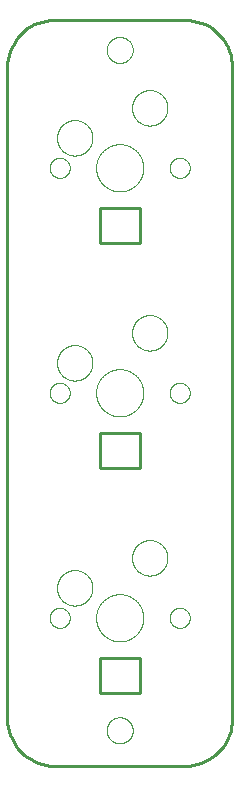
<source format=gko>
G04 EAGLE Gerber RS-274X export*
G75*
%MOMM*%
%FSLAX34Y34*%
%LPD*%
%INBoard Outline*%
%IPPOS*%
%AMOC8*
5,1,8,0,0,1.08239X$1,22.5*%
G01*
G04 Define Apertures*
%ADD10C,0.000000*%
%ADD11C,0.254000*%
D10*
X-11000Y-285750D02*
X-10997Y-285480D01*
X-10987Y-285210D01*
X-10970Y-284941D01*
X-10947Y-284672D01*
X-10917Y-284403D01*
X-10881Y-284136D01*
X-10838Y-283869D01*
X-10789Y-283604D01*
X-10733Y-283340D01*
X-10670Y-283077D01*
X-10602Y-282816D01*
X-10526Y-282557D01*
X-10445Y-282300D01*
X-10357Y-282044D01*
X-10263Y-281791D01*
X-10163Y-281540D01*
X-10056Y-281292D01*
X-9944Y-281047D01*
X-9825Y-280804D01*
X-9701Y-280565D01*
X-9571Y-280328D01*
X-9435Y-280095D01*
X-9293Y-279865D01*
X-9146Y-279639D01*
X-8993Y-279416D01*
X-8835Y-279197D01*
X-8672Y-278982D01*
X-8503Y-278772D01*
X-8329Y-278565D01*
X-8150Y-278363D01*
X-7967Y-278165D01*
X-7778Y-277972D01*
X-7585Y-277783D01*
X-7387Y-277600D01*
X-7185Y-277421D01*
X-6978Y-277247D01*
X-6768Y-277078D01*
X-6553Y-276915D01*
X-6334Y-276757D01*
X-6111Y-276604D01*
X-5885Y-276457D01*
X-5655Y-276315D01*
X-5422Y-276179D01*
X-5185Y-276049D01*
X-4946Y-275925D01*
X-4703Y-275806D01*
X-4458Y-275694D01*
X-4210Y-275587D01*
X-3959Y-275487D01*
X-3706Y-275393D01*
X-3450Y-275305D01*
X-3193Y-275224D01*
X-2934Y-275148D01*
X-2673Y-275080D01*
X-2410Y-275017D01*
X-2146Y-274961D01*
X-1881Y-274912D01*
X-1614Y-274869D01*
X-1347Y-274833D01*
X-1078Y-274803D01*
X-809Y-274780D01*
X-540Y-274763D01*
X-270Y-274753D01*
X0Y-274750D01*
X270Y-274753D01*
X540Y-274763D01*
X809Y-274780D01*
X1078Y-274803D01*
X1347Y-274833D01*
X1614Y-274869D01*
X1881Y-274912D01*
X2146Y-274961D01*
X2410Y-275017D01*
X2673Y-275080D01*
X2934Y-275148D01*
X3193Y-275224D01*
X3450Y-275305D01*
X3706Y-275393D01*
X3959Y-275487D01*
X4210Y-275587D01*
X4458Y-275694D01*
X4703Y-275806D01*
X4946Y-275925D01*
X5185Y-276049D01*
X5422Y-276179D01*
X5655Y-276315D01*
X5885Y-276457D01*
X6111Y-276604D01*
X6334Y-276757D01*
X6553Y-276915D01*
X6768Y-277078D01*
X6978Y-277247D01*
X7185Y-277421D01*
X7387Y-277600D01*
X7585Y-277783D01*
X7778Y-277972D01*
X7967Y-278165D01*
X8150Y-278363D01*
X8329Y-278565D01*
X8503Y-278772D01*
X8672Y-278982D01*
X8835Y-279197D01*
X8993Y-279416D01*
X9146Y-279639D01*
X9293Y-279865D01*
X9435Y-280095D01*
X9571Y-280328D01*
X9701Y-280565D01*
X9825Y-280804D01*
X9944Y-281047D01*
X10056Y-281292D01*
X10163Y-281540D01*
X10263Y-281791D01*
X10357Y-282044D01*
X10445Y-282300D01*
X10526Y-282557D01*
X10602Y-282816D01*
X10670Y-283077D01*
X10733Y-283340D01*
X10789Y-283604D01*
X10838Y-283869D01*
X10881Y-284136D01*
X10917Y-284403D01*
X10947Y-284672D01*
X10970Y-284941D01*
X10987Y-285210D01*
X10997Y-285480D01*
X11000Y-285750D01*
X10997Y-286020D01*
X10987Y-286290D01*
X10970Y-286559D01*
X10947Y-286828D01*
X10917Y-287097D01*
X10881Y-287364D01*
X10838Y-287631D01*
X10789Y-287896D01*
X10733Y-288160D01*
X10670Y-288423D01*
X10602Y-288684D01*
X10526Y-288943D01*
X10445Y-289200D01*
X10357Y-289456D01*
X10263Y-289709D01*
X10163Y-289960D01*
X10056Y-290208D01*
X9944Y-290453D01*
X9825Y-290696D01*
X9701Y-290935D01*
X9571Y-291172D01*
X9435Y-291405D01*
X9293Y-291635D01*
X9146Y-291861D01*
X8993Y-292084D01*
X8835Y-292303D01*
X8672Y-292518D01*
X8503Y-292728D01*
X8329Y-292935D01*
X8150Y-293137D01*
X7967Y-293335D01*
X7778Y-293528D01*
X7585Y-293717D01*
X7387Y-293900D01*
X7185Y-294079D01*
X6978Y-294253D01*
X6768Y-294422D01*
X6553Y-294585D01*
X6334Y-294743D01*
X6111Y-294896D01*
X5885Y-295043D01*
X5655Y-295185D01*
X5422Y-295321D01*
X5185Y-295451D01*
X4946Y-295575D01*
X4703Y-295694D01*
X4458Y-295806D01*
X4210Y-295913D01*
X3959Y-296013D01*
X3706Y-296107D01*
X3450Y-296195D01*
X3193Y-296276D01*
X2934Y-296352D01*
X2673Y-296420D01*
X2410Y-296483D01*
X2146Y-296539D01*
X1881Y-296588D01*
X1614Y-296631D01*
X1347Y-296667D01*
X1078Y-296697D01*
X809Y-296720D01*
X540Y-296737D01*
X270Y-296747D01*
X0Y-296750D01*
X-270Y-296747D01*
X-540Y-296737D01*
X-809Y-296720D01*
X-1078Y-296697D01*
X-1347Y-296667D01*
X-1614Y-296631D01*
X-1881Y-296588D01*
X-2146Y-296539D01*
X-2410Y-296483D01*
X-2673Y-296420D01*
X-2934Y-296352D01*
X-3193Y-296276D01*
X-3450Y-296195D01*
X-3706Y-296107D01*
X-3959Y-296013D01*
X-4210Y-295913D01*
X-4458Y-295806D01*
X-4703Y-295694D01*
X-4946Y-295575D01*
X-5185Y-295451D01*
X-5422Y-295321D01*
X-5655Y-295185D01*
X-5885Y-295043D01*
X-6111Y-294896D01*
X-6334Y-294743D01*
X-6553Y-294585D01*
X-6768Y-294422D01*
X-6978Y-294253D01*
X-7185Y-294079D01*
X-7387Y-293900D01*
X-7585Y-293717D01*
X-7778Y-293528D01*
X-7967Y-293335D01*
X-8150Y-293137D01*
X-8329Y-292935D01*
X-8503Y-292728D01*
X-8672Y-292518D01*
X-8835Y-292303D01*
X-8993Y-292084D01*
X-9146Y-291861D01*
X-9293Y-291635D01*
X-9435Y-291405D01*
X-9571Y-291172D01*
X-9701Y-290935D01*
X-9825Y-290696D01*
X-9944Y-290453D01*
X-10056Y-290208D01*
X-10163Y-289960D01*
X-10263Y-289709D01*
X-10357Y-289456D01*
X-10445Y-289200D01*
X-10526Y-288943D01*
X-10602Y-288684D01*
X-10670Y-288423D01*
X-10733Y-288160D01*
X-10789Y-287896D01*
X-10838Y-287631D01*
X-10881Y-287364D01*
X-10917Y-287097D01*
X-10947Y-286828D01*
X-10970Y-286559D01*
X-10987Y-286290D01*
X-10997Y-286020D01*
X-11000Y-285750D01*
X-11000Y290287D02*
X-10997Y290557D01*
X-10987Y290827D01*
X-10970Y291096D01*
X-10947Y291365D01*
X-10917Y291634D01*
X-10881Y291901D01*
X-10838Y292168D01*
X-10789Y292433D01*
X-10733Y292697D01*
X-10670Y292960D01*
X-10602Y293221D01*
X-10526Y293480D01*
X-10445Y293737D01*
X-10357Y293993D01*
X-10263Y294246D01*
X-10163Y294497D01*
X-10056Y294745D01*
X-9944Y294990D01*
X-9825Y295233D01*
X-9701Y295472D01*
X-9571Y295709D01*
X-9435Y295942D01*
X-9293Y296172D01*
X-9146Y296398D01*
X-8993Y296621D01*
X-8835Y296840D01*
X-8672Y297055D01*
X-8503Y297265D01*
X-8329Y297472D01*
X-8150Y297674D01*
X-7967Y297872D01*
X-7778Y298065D01*
X-7585Y298254D01*
X-7387Y298437D01*
X-7185Y298616D01*
X-6978Y298790D01*
X-6768Y298959D01*
X-6553Y299122D01*
X-6334Y299280D01*
X-6111Y299433D01*
X-5885Y299580D01*
X-5655Y299722D01*
X-5422Y299858D01*
X-5185Y299988D01*
X-4946Y300112D01*
X-4703Y300231D01*
X-4458Y300343D01*
X-4210Y300450D01*
X-3959Y300550D01*
X-3706Y300644D01*
X-3450Y300732D01*
X-3193Y300813D01*
X-2934Y300889D01*
X-2673Y300957D01*
X-2410Y301020D01*
X-2146Y301076D01*
X-1881Y301125D01*
X-1614Y301168D01*
X-1347Y301204D01*
X-1078Y301234D01*
X-809Y301257D01*
X-540Y301274D01*
X-270Y301284D01*
X0Y301287D01*
X270Y301284D01*
X540Y301274D01*
X809Y301257D01*
X1078Y301234D01*
X1347Y301204D01*
X1614Y301168D01*
X1881Y301125D01*
X2146Y301076D01*
X2410Y301020D01*
X2673Y300957D01*
X2934Y300889D01*
X3193Y300813D01*
X3450Y300732D01*
X3706Y300644D01*
X3959Y300550D01*
X4210Y300450D01*
X4458Y300343D01*
X4703Y300231D01*
X4946Y300112D01*
X5185Y299988D01*
X5422Y299858D01*
X5655Y299722D01*
X5885Y299580D01*
X6111Y299433D01*
X6334Y299280D01*
X6553Y299122D01*
X6768Y298959D01*
X6978Y298790D01*
X7185Y298616D01*
X7387Y298437D01*
X7585Y298254D01*
X7778Y298065D01*
X7967Y297872D01*
X8150Y297674D01*
X8329Y297472D01*
X8503Y297265D01*
X8672Y297055D01*
X8835Y296840D01*
X8993Y296621D01*
X9146Y296398D01*
X9293Y296172D01*
X9435Y295942D01*
X9571Y295709D01*
X9701Y295472D01*
X9825Y295233D01*
X9944Y294990D01*
X10056Y294745D01*
X10163Y294497D01*
X10263Y294246D01*
X10357Y293993D01*
X10445Y293737D01*
X10526Y293480D01*
X10602Y293221D01*
X10670Y292960D01*
X10733Y292697D01*
X10789Y292433D01*
X10838Y292168D01*
X10881Y291901D01*
X10917Y291634D01*
X10947Y291365D01*
X10970Y291096D01*
X10987Y290827D01*
X10997Y290557D01*
X11000Y290287D01*
X10997Y290017D01*
X10987Y289747D01*
X10970Y289478D01*
X10947Y289209D01*
X10917Y288940D01*
X10881Y288673D01*
X10838Y288406D01*
X10789Y288141D01*
X10733Y287877D01*
X10670Y287614D01*
X10602Y287353D01*
X10526Y287094D01*
X10445Y286837D01*
X10357Y286581D01*
X10263Y286328D01*
X10163Y286077D01*
X10056Y285829D01*
X9944Y285584D01*
X9825Y285341D01*
X9701Y285102D01*
X9571Y284865D01*
X9435Y284632D01*
X9293Y284402D01*
X9146Y284176D01*
X8993Y283953D01*
X8835Y283734D01*
X8672Y283519D01*
X8503Y283309D01*
X8329Y283102D01*
X8150Y282900D01*
X7967Y282702D01*
X7778Y282509D01*
X7585Y282320D01*
X7387Y282137D01*
X7185Y281958D01*
X6978Y281784D01*
X6768Y281615D01*
X6553Y281452D01*
X6334Y281294D01*
X6111Y281141D01*
X5885Y280994D01*
X5655Y280852D01*
X5422Y280716D01*
X5185Y280586D01*
X4946Y280462D01*
X4703Y280343D01*
X4458Y280231D01*
X4210Y280124D01*
X3959Y280024D01*
X3706Y279930D01*
X3450Y279842D01*
X3193Y279761D01*
X2934Y279685D01*
X2673Y279617D01*
X2410Y279554D01*
X2146Y279498D01*
X1881Y279449D01*
X1614Y279406D01*
X1347Y279370D01*
X1078Y279340D01*
X809Y279317D01*
X540Y279300D01*
X270Y279290D01*
X0Y279287D01*
X-270Y279290D01*
X-540Y279300D01*
X-809Y279317D01*
X-1078Y279340D01*
X-1347Y279370D01*
X-1614Y279406D01*
X-1881Y279449D01*
X-2146Y279498D01*
X-2410Y279554D01*
X-2673Y279617D01*
X-2934Y279685D01*
X-3193Y279761D01*
X-3450Y279842D01*
X-3706Y279930D01*
X-3959Y280024D01*
X-4210Y280124D01*
X-4458Y280231D01*
X-4703Y280343D01*
X-4946Y280462D01*
X-5185Y280586D01*
X-5422Y280716D01*
X-5655Y280852D01*
X-5885Y280994D01*
X-6111Y281141D01*
X-6334Y281294D01*
X-6553Y281452D01*
X-6768Y281615D01*
X-6978Y281784D01*
X-7185Y281958D01*
X-7387Y282137D01*
X-7585Y282320D01*
X-7778Y282509D01*
X-7967Y282702D01*
X-8150Y282900D01*
X-8329Y283102D01*
X-8503Y283309D01*
X-8672Y283519D01*
X-8835Y283734D01*
X-8993Y283953D01*
X-9146Y284176D01*
X-9293Y284402D01*
X-9435Y284632D01*
X-9571Y284865D01*
X-9701Y285102D01*
X-9825Y285341D01*
X-9944Y285584D01*
X-10056Y285829D01*
X-10163Y286077D01*
X-10263Y286328D01*
X-10357Y286581D01*
X-10445Y286837D01*
X-10526Y287094D01*
X-10602Y287353D01*
X-10670Y287614D01*
X-10733Y287877D01*
X-10789Y288141D01*
X-10838Y288406D01*
X-10881Y288673D01*
X-10917Y288940D01*
X-10947Y289209D01*
X-10970Y289478D01*
X-10987Y289747D01*
X-10997Y290017D01*
X-11000Y290287D01*
X-95250Y-275750D02*
X-95238Y-276717D01*
X-95203Y-277683D01*
X-95145Y-278647D01*
X-95063Y-279611D01*
X-94958Y-280571D01*
X-94830Y-281530D01*
X-94679Y-282484D01*
X-94505Y-283435D01*
X-94308Y-284381D01*
X-94088Y-285323D01*
X-93845Y-286258D01*
X-93580Y-287188D01*
X-93292Y-288111D01*
X-92982Y-289026D01*
X-92651Y-289934D01*
X-92297Y-290834D01*
X-91922Y-291725D01*
X-91525Y-292606D01*
X-91107Y-293478D01*
X-90668Y-294339D01*
X-90209Y-295189D01*
X-89729Y-296028D01*
X-89229Y-296856D01*
X-88709Y-297671D01*
X-88169Y-298473D01*
X-87611Y-299261D01*
X-87033Y-300037D01*
X-86437Y-300797D01*
X-85823Y-301544D01*
X-85190Y-302275D01*
X-84541Y-302991D01*
X-83874Y-303690D01*
X-83190Y-304374D01*
X-82491Y-305041D01*
X-81775Y-305690D01*
X-81044Y-306323D01*
X-80297Y-306937D01*
X-79537Y-307533D01*
X-78761Y-308111D01*
X-77973Y-308669D01*
X-77171Y-309209D01*
X-76356Y-309729D01*
X-75528Y-310229D01*
X-74689Y-310709D01*
X-73839Y-311168D01*
X-72978Y-311607D01*
X-72106Y-312025D01*
X-71225Y-312422D01*
X-70334Y-312797D01*
X-69434Y-313151D01*
X-68526Y-313482D01*
X-67611Y-313792D01*
X-66688Y-314080D01*
X-65758Y-314345D01*
X-64823Y-314588D01*
X-63881Y-314808D01*
X-62935Y-315005D01*
X-61984Y-315179D01*
X-61030Y-315330D01*
X-60071Y-315458D01*
X-59111Y-315563D01*
X-58147Y-315645D01*
X-57183Y-315703D01*
X-56217Y-315738D01*
X-55250Y-315750D01*
X55250Y-315750D01*
X56217Y-315738D01*
X57183Y-315703D01*
X58147Y-315645D01*
X59111Y-315563D01*
X60071Y-315458D01*
X61030Y-315330D01*
X61984Y-315179D01*
X62935Y-315005D01*
X63881Y-314808D01*
X64823Y-314588D01*
X65758Y-314345D01*
X66688Y-314080D01*
X67611Y-313792D01*
X68526Y-313482D01*
X69434Y-313151D01*
X70334Y-312797D01*
X71225Y-312422D01*
X72106Y-312025D01*
X72978Y-311607D01*
X73839Y-311168D01*
X74689Y-310709D01*
X75528Y-310229D01*
X76356Y-309729D01*
X77171Y-309209D01*
X77973Y-308669D01*
X78761Y-308111D01*
X79537Y-307533D01*
X80297Y-306937D01*
X81044Y-306323D01*
X81775Y-305690D01*
X82491Y-305041D01*
X83190Y-304374D01*
X83874Y-303690D01*
X84541Y-302991D01*
X85190Y-302275D01*
X85823Y-301544D01*
X86437Y-300797D01*
X87033Y-300037D01*
X87611Y-299261D01*
X88169Y-298473D01*
X88709Y-297671D01*
X89229Y-296856D01*
X89729Y-296028D01*
X90209Y-295189D01*
X90668Y-294339D01*
X91107Y-293478D01*
X91525Y-292606D01*
X91922Y-291725D01*
X92297Y-290834D01*
X92651Y-289934D01*
X92982Y-289026D01*
X93292Y-288111D01*
X93580Y-287188D01*
X93845Y-286258D01*
X94088Y-285323D01*
X94308Y-284381D01*
X94505Y-283435D01*
X94679Y-282484D01*
X94830Y-281530D01*
X94958Y-280571D01*
X95063Y-279611D01*
X95145Y-278647D01*
X95203Y-277683D01*
X95238Y-276717D01*
X95250Y-275750D01*
X95250Y275750D01*
X95238Y276717D01*
X95203Y277683D01*
X95145Y278647D01*
X95063Y279611D01*
X94958Y280571D01*
X94830Y281530D01*
X94679Y282484D01*
X94505Y283435D01*
X94308Y284381D01*
X94088Y285323D01*
X93845Y286258D01*
X93580Y287188D01*
X93292Y288111D01*
X92982Y289026D01*
X92651Y289934D01*
X92297Y290834D01*
X91922Y291725D01*
X91525Y292606D01*
X91107Y293478D01*
X90668Y294339D01*
X90209Y295189D01*
X89729Y296028D01*
X89229Y296856D01*
X88709Y297671D01*
X88169Y298473D01*
X87611Y299261D01*
X87033Y300037D01*
X86437Y300797D01*
X85823Y301544D01*
X85190Y302275D01*
X84541Y302991D01*
X83874Y303690D01*
X83190Y304374D01*
X82491Y305041D01*
X81775Y305690D01*
X81044Y306323D01*
X80297Y306937D01*
X79537Y307533D01*
X78761Y308111D01*
X77973Y308669D01*
X77171Y309209D01*
X76356Y309729D01*
X75528Y310229D01*
X74689Y310709D01*
X73839Y311168D01*
X72978Y311607D01*
X72106Y312025D01*
X71225Y312422D01*
X70334Y312797D01*
X69434Y313151D01*
X68526Y313482D01*
X67611Y313792D01*
X66688Y314080D01*
X65758Y314345D01*
X64823Y314588D01*
X63881Y314808D01*
X62935Y315005D01*
X61984Y315179D01*
X61030Y315330D01*
X60071Y315458D01*
X59111Y315563D01*
X58147Y315645D01*
X57183Y315703D01*
X56217Y315738D01*
X55250Y315750D01*
X-55250Y315750D01*
X-56217Y315738D01*
X-57183Y315703D01*
X-58147Y315645D01*
X-59111Y315563D01*
X-60071Y315458D01*
X-61030Y315330D01*
X-61984Y315179D01*
X-62935Y315005D01*
X-63881Y314808D01*
X-64823Y314588D01*
X-65758Y314345D01*
X-66688Y314080D01*
X-67611Y313792D01*
X-68526Y313482D01*
X-69434Y313151D01*
X-70334Y312797D01*
X-71225Y312422D01*
X-72106Y312025D01*
X-72978Y311607D01*
X-73839Y311168D01*
X-74689Y310709D01*
X-75528Y310229D01*
X-76356Y309729D01*
X-77171Y309209D01*
X-77973Y308669D01*
X-78761Y308111D01*
X-79537Y307533D01*
X-80297Y306937D01*
X-81044Y306323D01*
X-81775Y305690D01*
X-82491Y305041D01*
X-83190Y304374D01*
X-83874Y303690D01*
X-84541Y302991D01*
X-85190Y302275D01*
X-85823Y301544D01*
X-86437Y300797D01*
X-87033Y300037D01*
X-87611Y299261D01*
X-88169Y298473D01*
X-88709Y297671D01*
X-89229Y296856D01*
X-89729Y296028D01*
X-90209Y295189D01*
X-90668Y294339D01*
X-91107Y293478D01*
X-91525Y292606D01*
X-91922Y291725D01*
X-92297Y290834D01*
X-92651Y289934D01*
X-92982Y289026D01*
X-93292Y288111D01*
X-93580Y287188D01*
X-93845Y286258D01*
X-94088Y285323D01*
X-94308Y284381D01*
X-94505Y283435D01*
X-94679Y282484D01*
X-94830Y281530D01*
X-94958Y280571D01*
X-95063Y279611D01*
X-95145Y278647D01*
X-95203Y277683D01*
X-95238Y276717D01*
X-95250Y275750D01*
X-95250Y-275750D01*
X10400Y241300D02*
X10405Y241668D01*
X10418Y242036D01*
X10441Y242403D01*
X10472Y242770D01*
X10513Y243136D01*
X10562Y243501D01*
X10621Y243864D01*
X10688Y244226D01*
X10764Y244587D01*
X10850Y244945D01*
X10943Y245301D01*
X11046Y245654D01*
X11157Y246005D01*
X11277Y246353D01*
X11405Y246698D01*
X11542Y247040D01*
X11687Y247379D01*
X11840Y247713D01*
X12002Y248044D01*
X12171Y248371D01*
X12349Y248693D01*
X12534Y249012D01*
X12727Y249325D01*
X12928Y249634D01*
X13136Y249937D01*
X13352Y250235D01*
X13575Y250528D01*
X13805Y250816D01*
X14042Y251098D01*
X14286Y251373D01*
X14536Y251643D01*
X14793Y251907D01*
X15057Y252164D01*
X15327Y252414D01*
X15602Y252658D01*
X15884Y252895D01*
X16172Y253125D01*
X16465Y253348D01*
X16763Y253564D01*
X17066Y253772D01*
X17375Y253973D01*
X17688Y254166D01*
X18007Y254351D01*
X18329Y254529D01*
X18656Y254698D01*
X18987Y254860D01*
X19321Y255013D01*
X19660Y255158D01*
X20002Y255295D01*
X20347Y255423D01*
X20695Y255543D01*
X21046Y255654D01*
X21399Y255757D01*
X21755Y255850D01*
X22113Y255936D01*
X22474Y256012D01*
X22836Y256079D01*
X23199Y256138D01*
X23564Y256187D01*
X23930Y256228D01*
X24297Y256259D01*
X24664Y256282D01*
X25032Y256295D01*
X25400Y256300D01*
X25768Y256295D01*
X26136Y256282D01*
X26503Y256259D01*
X26870Y256228D01*
X27236Y256187D01*
X27601Y256138D01*
X27964Y256079D01*
X28326Y256012D01*
X28687Y255936D01*
X29045Y255850D01*
X29401Y255757D01*
X29754Y255654D01*
X30105Y255543D01*
X30453Y255423D01*
X30798Y255295D01*
X31140Y255158D01*
X31479Y255013D01*
X31813Y254860D01*
X32144Y254698D01*
X32471Y254529D01*
X32793Y254351D01*
X33112Y254166D01*
X33425Y253973D01*
X33734Y253772D01*
X34037Y253564D01*
X34335Y253348D01*
X34628Y253125D01*
X34916Y252895D01*
X35198Y252658D01*
X35473Y252414D01*
X35743Y252164D01*
X36007Y251907D01*
X36264Y251643D01*
X36514Y251373D01*
X36758Y251098D01*
X36995Y250816D01*
X37225Y250528D01*
X37448Y250235D01*
X37664Y249937D01*
X37872Y249634D01*
X38073Y249325D01*
X38266Y249012D01*
X38451Y248693D01*
X38629Y248371D01*
X38798Y248044D01*
X38960Y247713D01*
X39113Y247379D01*
X39258Y247040D01*
X39395Y246698D01*
X39523Y246353D01*
X39643Y246005D01*
X39754Y245654D01*
X39857Y245301D01*
X39950Y244945D01*
X40036Y244587D01*
X40112Y244226D01*
X40179Y243864D01*
X40238Y243501D01*
X40287Y243136D01*
X40328Y242770D01*
X40359Y242403D01*
X40382Y242036D01*
X40395Y241668D01*
X40400Y241300D01*
X40395Y240932D01*
X40382Y240564D01*
X40359Y240197D01*
X40328Y239830D01*
X40287Y239464D01*
X40238Y239099D01*
X40179Y238736D01*
X40112Y238374D01*
X40036Y238013D01*
X39950Y237655D01*
X39857Y237299D01*
X39754Y236946D01*
X39643Y236595D01*
X39523Y236247D01*
X39395Y235902D01*
X39258Y235560D01*
X39113Y235221D01*
X38960Y234887D01*
X38798Y234556D01*
X38629Y234229D01*
X38451Y233907D01*
X38266Y233588D01*
X38073Y233275D01*
X37872Y232966D01*
X37664Y232663D01*
X37448Y232365D01*
X37225Y232072D01*
X36995Y231784D01*
X36758Y231502D01*
X36514Y231227D01*
X36264Y230957D01*
X36007Y230693D01*
X35743Y230436D01*
X35473Y230186D01*
X35198Y229942D01*
X34916Y229705D01*
X34628Y229475D01*
X34335Y229252D01*
X34037Y229036D01*
X33734Y228828D01*
X33425Y228627D01*
X33112Y228434D01*
X32793Y228249D01*
X32471Y228071D01*
X32144Y227902D01*
X31813Y227740D01*
X31479Y227587D01*
X31140Y227442D01*
X30798Y227305D01*
X30453Y227177D01*
X30105Y227057D01*
X29754Y226946D01*
X29401Y226843D01*
X29045Y226750D01*
X28687Y226664D01*
X28326Y226588D01*
X27964Y226521D01*
X27601Y226462D01*
X27236Y226413D01*
X26870Y226372D01*
X26503Y226341D01*
X26136Y226318D01*
X25768Y226305D01*
X25400Y226300D01*
X25032Y226305D01*
X24664Y226318D01*
X24297Y226341D01*
X23930Y226372D01*
X23564Y226413D01*
X23199Y226462D01*
X22836Y226521D01*
X22474Y226588D01*
X22113Y226664D01*
X21755Y226750D01*
X21399Y226843D01*
X21046Y226946D01*
X20695Y227057D01*
X20347Y227177D01*
X20002Y227305D01*
X19660Y227442D01*
X19321Y227587D01*
X18987Y227740D01*
X18656Y227902D01*
X18329Y228071D01*
X18007Y228249D01*
X17688Y228434D01*
X17375Y228627D01*
X17066Y228828D01*
X16763Y229036D01*
X16465Y229252D01*
X16172Y229475D01*
X15884Y229705D01*
X15602Y229942D01*
X15327Y230186D01*
X15057Y230436D01*
X14793Y230693D01*
X14536Y230957D01*
X14286Y231227D01*
X14042Y231502D01*
X13805Y231784D01*
X13575Y232072D01*
X13352Y232365D01*
X13136Y232663D01*
X12928Y232966D01*
X12727Y233275D01*
X12534Y233588D01*
X12349Y233907D01*
X12171Y234229D01*
X12002Y234556D01*
X11840Y234887D01*
X11687Y235221D01*
X11542Y235560D01*
X11405Y235902D01*
X11277Y236247D01*
X11157Y236595D01*
X11046Y236946D01*
X10943Y237299D01*
X10850Y237655D01*
X10764Y238013D01*
X10688Y238374D01*
X10621Y238736D01*
X10562Y239099D01*
X10513Y239464D01*
X10472Y239830D01*
X10441Y240197D01*
X10418Y240564D01*
X10405Y240932D01*
X10400Y241300D01*
X-53100Y215900D02*
X-53095Y216268D01*
X-53082Y216636D01*
X-53059Y217003D01*
X-53028Y217370D01*
X-52987Y217736D01*
X-52938Y218101D01*
X-52879Y218464D01*
X-52812Y218826D01*
X-52736Y219187D01*
X-52650Y219545D01*
X-52557Y219901D01*
X-52454Y220254D01*
X-52343Y220605D01*
X-52223Y220953D01*
X-52095Y221298D01*
X-51958Y221640D01*
X-51813Y221979D01*
X-51660Y222313D01*
X-51498Y222644D01*
X-51329Y222971D01*
X-51151Y223293D01*
X-50966Y223612D01*
X-50773Y223925D01*
X-50572Y224234D01*
X-50364Y224537D01*
X-50148Y224835D01*
X-49925Y225128D01*
X-49695Y225416D01*
X-49458Y225698D01*
X-49214Y225973D01*
X-48964Y226243D01*
X-48707Y226507D01*
X-48443Y226764D01*
X-48173Y227014D01*
X-47898Y227258D01*
X-47616Y227495D01*
X-47328Y227725D01*
X-47035Y227948D01*
X-46737Y228164D01*
X-46434Y228372D01*
X-46125Y228573D01*
X-45812Y228766D01*
X-45493Y228951D01*
X-45171Y229129D01*
X-44844Y229298D01*
X-44513Y229460D01*
X-44179Y229613D01*
X-43840Y229758D01*
X-43498Y229895D01*
X-43153Y230023D01*
X-42805Y230143D01*
X-42454Y230254D01*
X-42101Y230357D01*
X-41745Y230450D01*
X-41387Y230536D01*
X-41026Y230612D01*
X-40664Y230679D01*
X-40301Y230738D01*
X-39936Y230787D01*
X-39570Y230828D01*
X-39203Y230859D01*
X-38836Y230882D01*
X-38468Y230895D01*
X-38100Y230900D01*
X-37732Y230895D01*
X-37364Y230882D01*
X-36997Y230859D01*
X-36630Y230828D01*
X-36264Y230787D01*
X-35899Y230738D01*
X-35536Y230679D01*
X-35174Y230612D01*
X-34813Y230536D01*
X-34455Y230450D01*
X-34099Y230357D01*
X-33746Y230254D01*
X-33395Y230143D01*
X-33047Y230023D01*
X-32702Y229895D01*
X-32360Y229758D01*
X-32021Y229613D01*
X-31687Y229460D01*
X-31356Y229298D01*
X-31029Y229129D01*
X-30707Y228951D01*
X-30388Y228766D01*
X-30075Y228573D01*
X-29766Y228372D01*
X-29463Y228164D01*
X-29165Y227948D01*
X-28872Y227725D01*
X-28584Y227495D01*
X-28302Y227258D01*
X-28027Y227014D01*
X-27757Y226764D01*
X-27493Y226507D01*
X-27236Y226243D01*
X-26986Y225973D01*
X-26742Y225698D01*
X-26505Y225416D01*
X-26275Y225128D01*
X-26052Y224835D01*
X-25836Y224537D01*
X-25628Y224234D01*
X-25427Y223925D01*
X-25234Y223612D01*
X-25049Y223293D01*
X-24871Y222971D01*
X-24702Y222644D01*
X-24540Y222313D01*
X-24387Y221979D01*
X-24242Y221640D01*
X-24105Y221298D01*
X-23977Y220953D01*
X-23857Y220605D01*
X-23746Y220254D01*
X-23643Y219901D01*
X-23550Y219545D01*
X-23464Y219187D01*
X-23388Y218826D01*
X-23321Y218464D01*
X-23262Y218101D01*
X-23213Y217736D01*
X-23172Y217370D01*
X-23141Y217003D01*
X-23118Y216636D01*
X-23105Y216268D01*
X-23100Y215900D01*
X-23105Y215532D01*
X-23118Y215164D01*
X-23141Y214797D01*
X-23172Y214430D01*
X-23213Y214064D01*
X-23262Y213699D01*
X-23321Y213336D01*
X-23388Y212974D01*
X-23464Y212613D01*
X-23550Y212255D01*
X-23643Y211899D01*
X-23746Y211546D01*
X-23857Y211195D01*
X-23977Y210847D01*
X-24105Y210502D01*
X-24242Y210160D01*
X-24387Y209821D01*
X-24540Y209487D01*
X-24702Y209156D01*
X-24871Y208829D01*
X-25049Y208507D01*
X-25234Y208188D01*
X-25427Y207875D01*
X-25628Y207566D01*
X-25836Y207263D01*
X-26052Y206965D01*
X-26275Y206672D01*
X-26505Y206384D01*
X-26742Y206102D01*
X-26986Y205827D01*
X-27236Y205557D01*
X-27493Y205293D01*
X-27757Y205036D01*
X-28027Y204786D01*
X-28302Y204542D01*
X-28584Y204305D01*
X-28872Y204075D01*
X-29165Y203852D01*
X-29463Y203636D01*
X-29766Y203428D01*
X-30075Y203227D01*
X-30388Y203034D01*
X-30707Y202849D01*
X-31029Y202671D01*
X-31356Y202502D01*
X-31687Y202340D01*
X-32021Y202187D01*
X-32360Y202042D01*
X-32702Y201905D01*
X-33047Y201777D01*
X-33395Y201657D01*
X-33746Y201546D01*
X-34099Y201443D01*
X-34455Y201350D01*
X-34813Y201264D01*
X-35174Y201188D01*
X-35536Y201121D01*
X-35899Y201062D01*
X-36264Y201013D01*
X-36630Y200972D01*
X-36997Y200941D01*
X-37364Y200918D01*
X-37732Y200905D01*
X-38100Y200900D01*
X-38468Y200905D01*
X-38836Y200918D01*
X-39203Y200941D01*
X-39570Y200972D01*
X-39936Y201013D01*
X-40301Y201062D01*
X-40664Y201121D01*
X-41026Y201188D01*
X-41387Y201264D01*
X-41745Y201350D01*
X-42101Y201443D01*
X-42454Y201546D01*
X-42805Y201657D01*
X-43153Y201777D01*
X-43498Y201905D01*
X-43840Y202042D01*
X-44179Y202187D01*
X-44513Y202340D01*
X-44844Y202502D01*
X-45171Y202671D01*
X-45493Y202849D01*
X-45812Y203034D01*
X-46125Y203227D01*
X-46434Y203428D01*
X-46737Y203636D01*
X-47035Y203852D01*
X-47328Y204075D01*
X-47616Y204305D01*
X-47898Y204542D01*
X-48173Y204786D01*
X-48443Y205036D01*
X-48707Y205293D01*
X-48964Y205557D01*
X-49214Y205827D01*
X-49458Y206102D01*
X-49695Y206384D01*
X-49925Y206672D01*
X-50148Y206965D01*
X-50364Y207263D01*
X-50572Y207566D01*
X-50773Y207875D01*
X-50966Y208188D01*
X-51151Y208507D01*
X-51329Y208829D01*
X-51498Y209156D01*
X-51660Y209487D01*
X-51813Y209821D01*
X-51958Y210160D01*
X-52095Y210502D01*
X-52223Y210847D01*
X-52343Y211195D01*
X-52454Y211546D01*
X-52557Y211899D01*
X-52650Y212255D01*
X-52736Y212613D01*
X-52812Y212974D01*
X-52879Y213336D01*
X-52938Y213699D01*
X-52987Y214064D01*
X-53028Y214430D01*
X-53059Y214797D01*
X-53082Y215164D01*
X-53095Y215532D01*
X-53100Y215900D01*
X-20002Y190500D02*
X-19996Y190991D01*
X-19978Y191481D01*
X-19948Y191971D01*
X-19906Y192461D01*
X-19852Y192948D01*
X-19786Y193435D01*
X-19708Y193920D01*
X-19618Y194402D01*
X-19516Y194882D01*
X-19403Y195360D01*
X-19277Y195835D01*
X-19141Y196306D01*
X-18992Y196774D01*
X-18833Y197238D01*
X-18662Y197699D01*
X-18479Y198154D01*
X-18286Y198606D01*
X-18082Y199052D01*
X-17866Y199493D01*
X-17640Y199929D01*
X-17403Y200359D01*
X-17156Y200783D01*
X-16899Y201201D01*
X-16631Y201613D01*
X-16353Y202017D01*
X-16066Y202415D01*
X-15769Y202806D01*
X-15462Y203189D01*
X-15146Y203565D01*
X-14821Y203933D01*
X-14486Y204292D01*
X-14144Y204644D01*
X-13792Y204986D01*
X-13433Y205321D01*
X-13065Y205646D01*
X-12689Y205962D01*
X-12306Y206269D01*
X-11915Y206566D01*
X-11517Y206853D01*
X-11113Y207131D01*
X-10701Y207399D01*
X-10283Y207656D01*
X-9859Y207903D01*
X-9429Y208140D01*
X-8993Y208366D01*
X-8552Y208582D01*
X-8106Y208786D01*
X-7654Y208979D01*
X-7199Y209162D01*
X-6738Y209333D01*
X-6274Y209492D01*
X-5806Y209641D01*
X-5335Y209777D01*
X-4860Y209903D01*
X-4382Y210016D01*
X-3902Y210118D01*
X-3420Y210208D01*
X-2935Y210286D01*
X-2448Y210352D01*
X-1961Y210406D01*
X-1471Y210448D01*
X-981Y210478D01*
X-491Y210496D01*
X0Y210502D01*
X491Y210496D01*
X981Y210478D01*
X1471Y210448D01*
X1961Y210406D01*
X2448Y210352D01*
X2935Y210286D01*
X3420Y210208D01*
X3902Y210118D01*
X4382Y210016D01*
X4860Y209903D01*
X5335Y209777D01*
X5806Y209641D01*
X6274Y209492D01*
X6738Y209333D01*
X7199Y209162D01*
X7654Y208979D01*
X8106Y208786D01*
X8552Y208582D01*
X8993Y208366D01*
X9429Y208140D01*
X9859Y207903D01*
X10283Y207656D01*
X10701Y207399D01*
X11113Y207131D01*
X11517Y206853D01*
X11915Y206566D01*
X12306Y206269D01*
X12689Y205962D01*
X13065Y205646D01*
X13433Y205321D01*
X13792Y204986D01*
X14144Y204644D01*
X14486Y204292D01*
X14821Y203933D01*
X15146Y203565D01*
X15462Y203189D01*
X15769Y202806D01*
X16066Y202415D01*
X16353Y202017D01*
X16631Y201613D01*
X16899Y201201D01*
X17156Y200783D01*
X17403Y200359D01*
X17640Y199929D01*
X17866Y199493D01*
X18082Y199052D01*
X18286Y198606D01*
X18479Y198154D01*
X18662Y197699D01*
X18833Y197238D01*
X18992Y196774D01*
X19141Y196306D01*
X19277Y195835D01*
X19403Y195360D01*
X19516Y194882D01*
X19618Y194402D01*
X19708Y193920D01*
X19786Y193435D01*
X19852Y192948D01*
X19906Y192461D01*
X19948Y191971D01*
X19978Y191481D01*
X19996Y190991D01*
X20002Y190500D01*
X19996Y190009D01*
X19978Y189519D01*
X19948Y189029D01*
X19906Y188539D01*
X19852Y188052D01*
X19786Y187565D01*
X19708Y187080D01*
X19618Y186598D01*
X19516Y186118D01*
X19403Y185640D01*
X19277Y185165D01*
X19141Y184694D01*
X18992Y184226D01*
X18833Y183762D01*
X18662Y183301D01*
X18479Y182846D01*
X18286Y182394D01*
X18082Y181948D01*
X17866Y181507D01*
X17640Y181071D01*
X17403Y180641D01*
X17156Y180217D01*
X16899Y179799D01*
X16631Y179387D01*
X16353Y178983D01*
X16066Y178585D01*
X15769Y178194D01*
X15462Y177811D01*
X15146Y177435D01*
X14821Y177067D01*
X14486Y176708D01*
X14144Y176356D01*
X13792Y176014D01*
X13433Y175679D01*
X13065Y175354D01*
X12689Y175038D01*
X12306Y174731D01*
X11915Y174434D01*
X11517Y174147D01*
X11113Y173869D01*
X10701Y173601D01*
X10283Y173344D01*
X9859Y173097D01*
X9429Y172860D01*
X8993Y172634D01*
X8552Y172418D01*
X8106Y172214D01*
X7654Y172021D01*
X7199Y171838D01*
X6738Y171667D01*
X6274Y171508D01*
X5806Y171359D01*
X5335Y171223D01*
X4860Y171097D01*
X4382Y170984D01*
X3902Y170882D01*
X3420Y170792D01*
X2935Y170714D01*
X2448Y170648D01*
X1961Y170594D01*
X1471Y170552D01*
X981Y170522D01*
X491Y170504D01*
X0Y170498D01*
X-491Y170504D01*
X-981Y170522D01*
X-1471Y170552D01*
X-1961Y170594D01*
X-2448Y170648D01*
X-2935Y170714D01*
X-3420Y170792D01*
X-3902Y170882D01*
X-4382Y170984D01*
X-4860Y171097D01*
X-5335Y171223D01*
X-5806Y171359D01*
X-6274Y171508D01*
X-6738Y171667D01*
X-7199Y171838D01*
X-7654Y172021D01*
X-8106Y172214D01*
X-8552Y172418D01*
X-8993Y172634D01*
X-9429Y172860D01*
X-9859Y173097D01*
X-10283Y173344D01*
X-10701Y173601D01*
X-11113Y173869D01*
X-11517Y174147D01*
X-11915Y174434D01*
X-12306Y174731D01*
X-12689Y175038D01*
X-13065Y175354D01*
X-13433Y175679D01*
X-13792Y176014D01*
X-14144Y176356D01*
X-14486Y176708D01*
X-14821Y177067D01*
X-15146Y177435D01*
X-15462Y177811D01*
X-15769Y178194D01*
X-16066Y178585D01*
X-16353Y178983D01*
X-16631Y179387D01*
X-16899Y179799D01*
X-17156Y180217D01*
X-17403Y180641D01*
X-17640Y181071D01*
X-17866Y181507D01*
X-18082Y181948D01*
X-18286Y182394D01*
X-18479Y182846D01*
X-18662Y183301D01*
X-18833Y183762D01*
X-18992Y184226D01*
X-19141Y184694D01*
X-19277Y185165D01*
X-19403Y185640D01*
X-19516Y186118D01*
X-19618Y186598D01*
X-19708Y187080D01*
X-19786Y187565D01*
X-19852Y188052D01*
X-19906Y188539D01*
X-19948Y189029D01*
X-19978Y189519D01*
X-19996Y190009D01*
X-20002Y190500D01*
X42300Y190500D02*
X42303Y190709D01*
X42310Y190917D01*
X42323Y191125D01*
X42341Y191333D01*
X42364Y191540D01*
X42392Y191747D01*
X42425Y191953D01*
X42463Y192158D01*
X42507Y192362D01*
X42555Y192565D01*
X42608Y192767D01*
X42666Y192967D01*
X42729Y193166D01*
X42797Y193364D01*
X42870Y193559D01*
X42947Y193753D01*
X43029Y193945D01*
X43116Y194134D01*
X43208Y194322D01*
X43304Y194507D01*
X43404Y194690D01*
X43509Y194870D01*
X43619Y195047D01*
X43733Y195222D01*
X43851Y195394D01*
X43973Y195563D01*
X44099Y195729D01*
X44229Y195892D01*
X44364Y196052D01*
X44502Y196208D01*
X44644Y196361D01*
X44790Y196510D01*
X44939Y196656D01*
X45092Y196798D01*
X45248Y196936D01*
X45408Y197071D01*
X45571Y197201D01*
X45737Y197327D01*
X45906Y197449D01*
X46078Y197567D01*
X46253Y197681D01*
X46430Y197791D01*
X46610Y197896D01*
X46793Y197996D01*
X46978Y198092D01*
X47166Y198184D01*
X47355Y198271D01*
X47547Y198353D01*
X47741Y198430D01*
X47936Y198503D01*
X48134Y198571D01*
X48333Y198634D01*
X48533Y198692D01*
X48735Y198745D01*
X48938Y198793D01*
X49142Y198837D01*
X49347Y198875D01*
X49553Y198908D01*
X49760Y198936D01*
X49967Y198959D01*
X50175Y198977D01*
X50383Y198990D01*
X50591Y198997D01*
X50800Y199000D01*
X51009Y198997D01*
X51217Y198990D01*
X51425Y198977D01*
X51633Y198959D01*
X51840Y198936D01*
X52047Y198908D01*
X52253Y198875D01*
X52458Y198837D01*
X52662Y198793D01*
X52865Y198745D01*
X53067Y198692D01*
X53267Y198634D01*
X53466Y198571D01*
X53664Y198503D01*
X53859Y198430D01*
X54053Y198353D01*
X54245Y198271D01*
X54434Y198184D01*
X54622Y198092D01*
X54807Y197996D01*
X54990Y197896D01*
X55170Y197791D01*
X55347Y197681D01*
X55522Y197567D01*
X55694Y197449D01*
X55863Y197327D01*
X56029Y197201D01*
X56192Y197071D01*
X56352Y196936D01*
X56508Y196798D01*
X56661Y196656D01*
X56810Y196510D01*
X56956Y196361D01*
X57098Y196208D01*
X57236Y196052D01*
X57371Y195892D01*
X57501Y195729D01*
X57627Y195563D01*
X57749Y195394D01*
X57867Y195222D01*
X57981Y195047D01*
X58091Y194870D01*
X58196Y194690D01*
X58296Y194507D01*
X58392Y194322D01*
X58484Y194134D01*
X58571Y193945D01*
X58653Y193753D01*
X58730Y193559D01*
X58803Y193364D01*
X58871Y193166D01*
X58934Y192967D01*
X58992Y192767D01*
X59045Y192565D01*
X59093Y192362D01*
X59137Y192158D01*
X59175Y191953D01*
X59208Y191747D01*
X59236Y191540D01*
X59259Y191333D01*
X59277Y191125D01*
X59290Y190917D01*
X59297Y190709D01*
X59300Y190500D01*
X59297Y190291D01*
X59290Y190083D01*
X59277Y189875D01*
X59259Y189667D01*
X59236Y189460D01*
X59208Y189253D01*
X59175Y189047D01*
X59137Y188842D01*
X59093Y188638D01*
X59045Y188435D01*
X58992Y188233D01*
X58934Y188033D01*
X58871Y187834D01*
X58803Y187636D01*
X58730Y187441D01*
X58653Y187247D01*
X58571Y187055D01*
X58484Y186866D01*
X58392Y186678D01*
X58296Y186493D01*
X58196Y186310D01*
X58091Y186130D01*
X57981Y185953D01*
X57867Y185778D01*
X57749Y185606D01*
X57627Y185437D01*
X57501Y185271D01*
X57371Y185108D01*
X57236Y184948D01*
X57098Y184792D01*
X56956Y184639D01*
X56810Y184490D01*
X56661Y184344D01*
X56508Y184202D01*
X56352Y184064D01*
X56192Y183929D01*
X56029Y183799D01*
X55863Y183673D01*
X55694Y183551D01*
X55522Y183433D01*
X55347Y183319D01*
X55170Y183209D01*
X54990Y183104D01*
X54807Y183004D01*
X54622Y182908D01*
X54434Y182816D01*
X54245Y182729D01*
X54053Y182647D01*
X53859Y182570D01*
X53664Y182497D01*
X53466Y182429D01*
X53267Y182366D01*
X53067Y182308D01*
X52865Y182255D01*
X52662Y182207D01*
X52458Y182163D01*
X52253Y182125D01*
X52047Y182092D01*
X51840Y182064D01*
X51633Y182041D01*
X51425Y182023D01*
X51217Y182010D01*
X51009Y182003D01*
X50800Y182000D01*
X50591Y182003D01*
X50383Y182010D01*
X50175Y182023D01*
X49967Y182041D01*
X49760Y182064D01*
X49553Y182092D01*
X49347Y182125D01*
X49142Y182163D01*
X48938Y182207D01*
X48735Y182255D01*
X48533Y182308D01*
X48333Y182366D01*
X48134Y182429D01*
X47936Y182497D01*
X47741Y182570D01*
X47547Y182647D01*
X47355Y182729D01*
X47166Y182816D01*
X46978Y182908D01*
X46793Y183004D01*
X46610Y183104D01*
X46430Y183209D01*
X46253Y183319D01*
X46078Y183433D01*
X45906Y183551D01*
X45737Y183673D01*
X45571Y183799D01*
X45408Y183929D01*
X45248Y184064D01*
X45092Y184202D01*
X44939Y184344D01*
X44790Y184490D01*
X44644Y184639D01*
X44502Y184792D01*
X44364Y184948D01*
X44229Y185108D01*
X44099Y185271D01*
X43973Y185437D01*
X43851Y185606D01*
X43733Y185778D01*
X43619Y185953D01*
X43509Y186130D01*
X43404Y186310D01*
X43304Y186493D01*
X43208Y186678D01*
X43116Y186866D01*
X43029Y187055D01*
X42947Y187247D01*
X42870Y187441D01*
X42797Y187636D01*
X42729Y187834D01*
X42666Y188033D01*
X42608Y188233D01*
X42555Y188435D01*
X42507Y188638D01*
X42463Y188842D01*
X42425Y189047D01*
X42392Y189253D01*
X42364Y189460D01*
X42341Y189667D01*
X42323Y189875D01*
X42310Y190083D01*
X42303Y190291D01*
X42300Y190500D01*
X-59300Y190500D02*
X-59297Y190709D01*
X-59290Y190917D01*
X-59277Y191125D01*
X-59259Y191333D01*
X-59236Y191540D01*
X-59208Y191747D01*
X-59175Y191953D01*
X-59137Y192158D01*
X-59093Y192362D01*
X-59045Y192565D01*
X-58992Y192767D01*
X-58934Y192967D01*
X-58871Y193166D01*
X-58803Y193364D01*
X-58730Y193559D01*
X-58653Y193753D01*
X-58571Y193945D01*
X-58484Y194134D01*
X-58392Y194322D01*
X-58296Y194507D01*
X-58196Y194690D01*
X-58091Y194870D01*
X-57981Y195047D01*
X-57867Y195222D01*
X-57749Y195394D01*
X-57627Y195563D01*
X-57501Y195729D01*
X-57371Y195892D01*
X-57236Y196052D01*
X-57098Y196208D01*
X-56956Y196361D01*
X-56810Y196510D01*
X-56661Y196656D01*
X-56508Y196798D01*
X-56352Y196936D01*
X-56192Y197071D01*
X-56029Y197201D01*
X-55863Y197327D01*
X-55694Y197449D01*
X-55522Y197567D01*
X-55347Y197681D01*
X-55170Y197791D01*
X-54990Y197896D01*
X-54807Y197996D01*
X-54622Y198092D01*
X-54434Y198184D01*
X-54245Y198271D01*
X-54053Y198353D01*
X-53859Y198430D01*
X-53664Y198503D01*
X-53466Y198571D01*
X-53267Y198634D01*
X-53067Y198692D01*
X-52865Y198745D01*
X-52662Y198793D01*
X-52458Y198837D01*
X-52253Y198875D01*
X-52047Y198908D01*
X-51840Y198936D01*
X-51633Y198959D01*
X-51425Y198977D01*
X-51217Y198990D01*
X-51009Y198997D01*
X-50800Y199000D01*
X-50591Y198997D01*
X-50383Y198990D01*
X-50175Y198977D01*
X-49967Y198959D01*
X-49760Y198936D01*
X-49553Y198908D01*
X-49347Y198875D01*
X-49142Y198837D01*
X-48938Y198793D01*
X-48735Y198745D01*
X-48533Y198692D01*
X-48333Y198634D01*
X-48134Y198571D01*
X-47936Y198503D01*
X-47741Y198430D01*
X-47547Y198353D01*
X-47355Y198271D01*
X-47166Y198184D01*
X-46978Y198092D01*
X-46793Y197996D01*
X-46610Y197896D01*
X-46430Y197791D01*
X-46253Y197681D01*
X-46078Y197567D01*
X-45906Y197449D01*
X-45737Y197327D01*
X-45571Y197201D01*
X-45408Y197071D01*
X-45248Y196936D01*
X-45092Y196798D01*
X-44939Y196656D01*
X-44790Y196510D01*
X-44644Y196361D01*
X-44502Y196208D01*
X-44364Y196052D01*
X-44229Y195892D01*
X-44099Y195729D01*
X-43973Y195563D01*
X-43851Y195394D01*
X-43733Y195222D01*
X-43619Y195047D01*
X-43509Y194870D01*
X-43404Y194690D01*
X-43304Y194507D01*
X-43208Y194322D01*
X-43116Y194134D01*
X-43029Y193945D01*
X-42947Y193753D01*
X-42870Y193559D01*
X-42797Y193364D01*
X-42729Y193166D01*
X-42666Y192967D01*
X-42608Y192767D01*
X-42555Y192565D01*
X-42507Y192362D01*
X-42463Y192158D01*
X-42425Y191953D01*
X-42392Y191747D01*
X-42364Y191540D01*
X-42341Y191333D01*
X-42323Y191125D01*
X-42310Y190917D01*
X-42303Y190709D01*
X-42300Y190500D01*
X-42303Y190291D01*
X-42310Y190083D01*
X-42323Y189875D01*
X-42341Y189667D01*
X-42364Y189460D01*
X-42392Y189253D01*
X-42425Y189047D01*
X-42463Y188842D01*
X-42507Y188638D01*
X-42555Y188435D01*
X-42608Y188233D01*
X-42666Y188033D01*
X-42729Y187834D01*
X-42797Y187636D01*
X-42870Y187441D01*
X-42947Y187247D01*
X-43029Y187055D01*
X-43116Y186866D01*
X-43208Y186678D01*
X-43304Y186493D01*
X-43404Y186310D01*
X-43509Y186130D01*
X-43619Y185953D01*
X-43733Y185778D01*
X-43851Y185606D01*
X-43973Y185437D01*
X-44099Y185271D01*
X-44229Y185108D01*
X-44364Y184948D01*
X-44502Y184792D01*
X-44644Y184639D01*
X-44790Y184490D01*
X-44939Y184344D01*
X-45092Y184202D01*
X-45248Y184064D01*
X-45408Y183929D01*
X-45571Y183799D01*
X-45737Y183673D01*
X-45906Y183551D01*
X-46078Y183433D01*
X-46253Y183319D01*
X-46430Y183209D01*
X-46610Y183104D01*
X-46793Y183004D01*
X-46978Y182908D01*
X-47166Y182816D01*
X-47355Y182729D01*
X-47547Y182647D01*
X-47741Y182570D01*
X-47936Y182497D01*
X-48134Y182429D01*
X-48333Y182366D01*
X-48533Y182308D01*
X-48735Y182255D01*
X-48938Y182207D01*
X-49142Y182163D01*
X-49347Y182125D01*
X-49553Y182092D01*
X-49760Y182064D01*
X-49967Y182041D01*
X-50175Y182023D01*
X-50383Y182010D01*
X-50591Y182003D01*
X-50800Y182000D01*
X-51009Y182003D01*
X-51217Y182010D01*
X-51425Y182023D01*
X-51633Y182041D01*
X-51840Y182064D01*
X-52047Y182092D01*
X-52253Y182125D01*
X-52458Y182163D01*
X-52662Y182207D01*
X-52865Y182255D01*
X-53067Y182308D01*
X-53267Y182366D01*
X-53466Y182429D01*
X-53664Y182497D01*
X-53859Y182570D01*
X-54053Y182647D01*
X-54245Y182729D01*
X-54434Y182816D01*
X-54622Y182908D01*
X-54807Y183004D01*
X-54990Y183104D01*
X-55170Y183209D01*
X-55347Y183319D01*
X-55522Y183433D01*
X-55694Y183551D01*
X-55863Y183673D01*
X-56029Y183799D01*
X-56192Y183929D01*
X-56352Y184064D01*
X-56508Y184202D01*
X-56661Y184344D01*
X-56810Y184490D01*
X-56956Y184639D01*
X-57098Y184792D01*
X-57236Y184948D01*
X-57371Y185108D01*
X-57501Y185271D01*
X-57627Y185437D01*
X-57749Y185606D01*
X-57867Y185778D01*
X-57981Y185953D01*
X-58091Y186130D01*
X-58196Y186310D01*
X-58296Y186493D01*
X-58392Y186678D01*
X-58484Y186866D01*
X-58571Y187055D01*
X-58653Y187247D01*
X-58730Y187441D01*
X-58803Y187636D01*
X-58871Y187834D01*
X-58934Y188033D01*
X-58992Y188233D01*
X-59045Y188435D01*
X-59093Y188638D01*
X-59137Y188842D01*
X-59175Y189047D01*
X-59208Y189253D01*
X-59236Y189460D01*
X-59259Y189667D01*
X-59277Y189875D01*
X-59290Y190083D01*
X-59297Y190291D01*
X-59300Y190500D01*
X10400Y50800D02*
X10405Y51168D01*
X10418Y51536D01*
X10441Y51903D01*
X10472Y52270D01*
X10513Y52636D01*
X10562Y53001D01*
X10621Y53364D01*
X10688Y53726D01*
X10764Y54087D01*
X10850Y54445D01*
X10943Y54801D01*
X11046Y55154D01*
X11157Y55505D01*
X11277Y55853D01*
X11405Y56198D01*
X11542Y56540D01*
X11687Y56879D01*
X11840Y57213D01*
X12002Y57544D01*
X12171Y57871D01*
X12349Y58193D01*
X12534Y58512D01*
X12727Y58825D01*
X12928Y59134D01*
X13136Y59437D01*
X13352Y59735D01*
X13575Y60028D01*
X13805Y60316D01*
X14042Y60598D01*
X14286Y60873D01*
X14536Y61143D01*
X14793Y61407D01*
X15057Y61664D01*
X15327Y61914D01*
X15602Y62158D01*
X15884Y62395D01*
X16172Y62625D01*
X16465Y62848D01*
X16763Y63064D01*
X17066Y63272D01*
X17375Y63473D01*
X17688Y63666D01*
X18007Y63851D01*
X18329Y64029D01*
X18656Y64198D01*
X18987Y64360D01*
X19321Y64513D01*
X19660Y64658D01*
X20002Y64795D01*
X20347Y64923D01*
X20695Y65043D01*
X21046Y65154D01*
X21399Y65257D01*
X21755Y65350D01*
X22113Y65436D01*
X22474Y65512D01*
X22836Y65579D01*
X23199Y65638D01*
X23564Y65687D01*
X23930Y65728D01*
X24297Y65759D01*
X24664Y65782D01*
X25032Y65795D01*
X25400Y65800D01*
X25768Y65795D01*
X26136Y65782D01*
X26503Y65759D01*
X26870Y65728D01*
X27236Y65687D01*
X27601Y65638D01*
X27964Y65579D01*
X28326Y65512D01*
X28687Y65436D01*
X29045Y65350D01*
X29401Y65257D01*
X29754Y65154D01*
X30105Y65043D01*
X30453Y64923D01*
X30798Y64795D01*
X31140Y64658D01*
X31479Y64513D01*
X31813Y64360D01*
X32144Y64198D01*
X32471Y64029D01*
X32793Y63851D01*
X33112Y63666D01*
X33425Y63473D01*
X33734Y63272D01*
X34037Y63064D01*
X34335Y62848D01*
X34628Y62625D01*
X34916Y62395D01*
X35198Y62158D01*
X35473Y61914D01*
X35743Y61664D01*
X36007Y61407D01*
X36264Y61143D01*
X36514Y60873D01*
X36758Y60598D01*
X36995Y60316D01*
X37225Y60028D01*
X37448Y59735D01*
X37664Y59437D01*
X37872Y59134D01*
X38073Y58825D01*
X38266Y58512D01*
X38451Y58193D01*
X38629Y57871D01*
X38798Y57544D01*
X38960Y57213D01*
X39113Y56879D01*
X39258Y56540D01*
X39395Y56198D01*
X39523Y55853D01*
X39643Y55505D01*
X39754Y55154D01*
X39857Y54801D01*
X39950Y54445D01*
X40036Y54087D01*
X40112Y53726D01*
X40179Y53364D01*
X40238Y53001D01*
X40287Y52636D01*
X40328Y52270D01*
X40359Y51903D01*
X40382Y51536D01*
X40395Y51168D01*
X40400Y50800D01*
X40395Y50432D01*
X40382Y50064D01*
X40359Y49697D01*
X40328Y49330D01*
X40287Y48964D01*
X40238Y48599D01*
X40179Y48236D01*
X40112Y47874D01*
X40036Y47513D01*
X39950Y47155D01*
X39857Y46799D01*
X39754Y46446D01*
X39643Y46095D01*
X39523Y45747D01*
X39395Y45402D01*
X39258Y45060D01*
X39113Y44721D01*
X38960Y44387D01*
X38798Y44056D01*
X38629Y43729D01*
X38451Y43407D01*
X38266Y43088D01*
X38073Y42775D01*
X37872Y42466D01*
X37664Y42163D01*
X37448Y41865D01*
X37225Y41572D01*
X36995Y41284D01*
X36758Y41002D01*
X36514Y40727D01*
X36264Y40457D01*
X36007Y40193D01*
X35743Y39936D01*
X35473Y39686D01*
X35198Y39442D01*
X34916Y39205D01*
X34628Y38975D01*
X34335Y38752D01*
X34037Y38536D01*
X33734Y38328D01*
X33425Y38127D01*
X33112Y37934D01*
X32793Y37749D01*
X32471Y37571D01*
X32144Y37402D01*
X31813Y37240D01*
X31479Y37087D01*
X31140Y36942D01*
X30798Y36805D01*
X30453Y36677D01*
X30105Y36557D01*
X29754Y36446D01*
X29401Y36343D01*
X29045Y36250D01*
X28687Y36164D01*
X28326Y36088D01*
X27964Y36021D01*
X27601Y35962D01*
X27236Y35913D01*
X26870Y35872D01*
X26503Y35841D01*
X26136Y35818D01*
X25768Y35805D01*
X25400Y35800D01*
X25032Y35805D01*
X24664Y35818D01*
X24297Y35841D01*
X23930Y35872D01*
X23564Y35913D01*
X23199Y35962D01*
X22836Y36021D01*
X22474Y36088D01*
X22113Y36164D01*
X21755Y36250D01*
X21399Y36343D01*
X21046Y36446D01*
X20695Y36557D01*
X20347Y36677D01*
X20002Y36805D01*
X19660Y36942D01*
X19321Y37087D01*
X18987Y37240D01*
X18656Y37402D01*
X18329Y37571D01*
X18007Y37749D01*
X17688Y37934D01*
X17375Y38127D01*
X17066Y38328D01*
X16763Y38536D01*
X16465Y38752D01*
X16172Y38975D01*
X15884Y39205D01*
X15602Y39442D01*
X15327Y39686D01*
X15057Y39936D01*
X14793Y40193D01*
X14536Y40457D01*
X14286Y40727D01*
X14042Y41002D01*
X13805Y41284D01*
X13575Y41572D01*
X13352Y41865D01*
X13136Y42163D01*
X12928Y42466D01*
X12727Y42775D01*
X12534Y43088D01*
X12349Y43407D01*
X12171Y43729D01*
X12002Y44056D01*
X11840Y44387D01*
X11687Y44721D01*
X11542Y45060D01*
X11405Y45402D01*
X11277Y45747D01*
X11157Y46095D01*
X11046Y46446D01*
X10943Y46799D01*
X10850Y47155D01*
X10764Y47513D01*
X10688Y47874D01*
X10621Y48236D01*
X10562Y48599D01*
X10513Y48964D01*
X10472Y49330D01*
X10441Y49697D01*
X10418Y50064D01*
X10405Y50432D01*
X10400Y50800D01*
X-53100Y25400D02*
X-53095Y25768D01*
X-53082Y26136D01*
X-53059Y26503D01*
X-53028Y26870D01*
X-52987Y27236D01*
X-52938Y27601D01*
X-52879Y27964D01*
X-52812Y28326D01*
X-52736Y28687D01*
X-52650Y29045D01*
X-52557Y29401D01*
X-52454Y29754D01*
X-52343Y30105D01*
X-52223Y30453D01*
X-52095Y30798D01*
X-51958Y31140D01*
X-51813Y31479D01*
X-51660Y31813D01*
X-51498Y32144D01*
X-51329Y32471D01*
X-51151Y32793D01*
X-50966Y33112D01*
X-50773Y33425D01*
X-50572Y33734D01*
X-50364Y34037D01*
X-50148Y34335D01*
X-49925Y34628D01*
X-49695Y34916D01*
X-49458Y35198D01*
X-49214Y35473D01*
X-48964Y35743D01*
X-48707Y36007D01*
X-48443Y36264D01*
X-48173Y36514D01*
X-47898Y36758D01*
X-47616Y36995D01*
X-47328Y37225D01*
X-47035Y37448D01*
X-46737Y37664D01*
X-46434Y37872D01*
X-46125Y38073D01*
X-45812Y38266D01*
X-45493Y38451D01*
X-45171Y38629D01*
X-44844Y38798D01*
X-44513Y38960D01*
X-44179Y39113D01*
X-43840Y39258D01*
X-43498Y39395D01*
X-43153Y39523D01*
X-42805Y39643D01*
X-42454Y39754D01*
X-42101Y39857D01*
X-41745Y39950D01*
X-41387Y40036D01*
X-41026Y40112D01*
X-40664Y40179D01*
X-40301Y40238D01*
X-39936Y40287D01*
X-39570Y40328D01*
X-39203Y40359D01*
X-38836Y40382D01*
X-38468Y40395D01*
X-38100Y40400D01*
X-37732Y40395D01*
X-37364Y40382D01*
X-36997Y40359D01*
X-36630Y40328D01*
X-36264Y40287D01*
X-35899Y40238D01*
X-35536Y40179D01*
X-35174Y40112D01*
X-34813Y40036D01*
X-34455Y39950D01*
X-34099Y39857D01*
X-33746Y39754D01*
X-33395Y39643D01*
X-33047Y39523D01*
X-32702Y39395D01*
X-32360Y39258D01*
X-32021Y39113D01*
X-31687Y38960D01*
X-31356Y38798D01*
X-31029Y38629D01*
X-30707Y38451D01*
X-30388Y38266D01*
X-30075Y38073D01*
X-29766Y37872D01*
X-29463Y37664D01*
X-29165Y37448D01*
X-28872Y37225D01*
X-28584Y36995D01*
X-28302Y36758D01*
X-28027Y36514D01*
X-27757Y36264D01*
X-27493Y36007D01*
X-27236Y35743D01*
X-26986Y35473D01*
X-26742Y35198D01*
X-26505Y34916D01*
X-26275Y34628D01*
X-26052Y34335D01*
X-25836Y34037D01*
X-25628Y33734D01*
X-25427Y33425D01*
X-25234Y33112D01*
X-25049Y32793D01*
X-24871Y32471D01*
X-24702Y32144D01*
X-24540Y31813D01*
X-24387Y31479D01*
X-24242Y31140D01*
X-24105Y30798D01*
X-23977Y30453D01*
X-23857Y30105D01*
X-23746Y29754D01*
X-23643Y29401D01*
X-23550Y29045D01*
X-23464Y28687D01*
X-23388Y28326D01*
X-23321Y27964D01*
X-23262Y27601D01*
X-23213Y27236D01*
X-23172Y26870D01*
X-23141Y26503D01*
X-23118Y26136D01*
X-23105Y25768D01*
X-23100Y25400D01*
X-23105Y25032D01*
X-23118Y24664D01*
X-23141Y24297D01*
X-23172Y23930D01*
X-23213Y23564D01*
X-23262Y23199D01*
X-23321Y22836D01*
X-23388Y22474D01*
X-23464Y22113D01*
X-23550Y21755D01*
X-23643Y21399D01*
X-23746Y21046D01*
X-23857Y20695D01*
X-23977Y20347D01*
X-24105Y20002D01*
X-24242Y19660D01*
X-24387Y19321D01*
X-24540Y18987D01*
X-24702Y18656D01*
X-24871Y18329D01*
X-25049Y18007D01*
X-25234Y17688D01*
X-25427Y17375D01*
X-25628Y17066D01*
X-25836Y16763D01*
X-26052Y16465D01*
X-26275Y16172D01*
X-26505Y15884D01*
X-26742Y15602D01*
X-26986Y15327D01*
X-27236Y15057D01*
X-27493Y14793D01*
X-27757Y14536D01*
X-28027Y14286D01*
X-28302Y14042D01*
X-28584Y13805D01*
X-28872Y13575D01*
X-29165Y13352D01*
X-29463Y13136D01*
X-29766Y12928D01*
X-30075Y12727D01*
X-30388Y12534D01*
X-30707Y12349D01*
X-31029Y12171D01*
X-31356Y12002D01*
X-31687Y11840D01*
X-32021Y11687D01*
X-32360Y11542D01*
X-32702Y11405D01*
X-33047Y11277D01*
X-33395Y11157D01*
X-33746Y11046D01*
X-34099Y10943D01*
X-34455Y10850D01*
X-34813Y10764D01*
X-35174Y10688D01*
X-35536Y10621D01*
X-35899Y10562D01*
X-36264Y10513D01*
X-36630Y10472D01*
X-36997Y10441D01*
X-37364Y10418D01*
X-37732Y10405D01*
X-38100Y10400D01*
X-38468Y10405D01*
X-38836Y10418D01*
X-39203Y10441D01*
X-39570Y10472D01*
X-39936Y10513D01*
X-40301Y10562D01*
X-40664Y10621D01*
X-41026Y10688D01*
X-41387Y10764D01*
X-41745Y10850D01*
X-42101Y10943D01*
X-42454Y11046D01*
X-42805Y11157D01*
X-43153Y11277D01*
X-43498Y11405D01*
X-43840Y11542D01*
X-44179Y11687D01*
X-44513Y11840D01*
X-44844Y12002D01*
X-45171Y12171D01*
X-45493Y12349D01*
X-45812Y12534D01*
X-46125Y12727D01*
X-46434Y12928D01*
X-46737Y13136D01*
X-47035Y13352D01*
X-47328Y13575D01*
X-47616Y13805D01*
X-47898Y14042D01*
X-48173Y14286D01*
X-48443Y14536D01*
X-48707Y14793D01*
X-48964Y15057D01*
X-49214Y15327D01*
X-49458Y15602D01*
X-49695Y15884D01*
X-49925Y16172D01*
X-50148Y16465D01*
X-50364Y16763D01*
X-50572Y17066D01*
X-50773Y17375D01*
X-50966Y17688D01*
X-51151Y18007D01*
X-51329Y18329D01*
X-51498Y18656D01*
X-51660Y18987D01*
X-51813Y19321D01*
X-51958Y19660D01*
X-52095Y20002D01*
X-52223Y20347D01*
X-52343Y20695D01*
X-52454Y21046D01*
X-52557Y21399D01*
X-52650Y21755D01*
X-52736Y22113D01*
X-52812Y22474D01*
X-52879Y22836D01*
X-52938Y23199D01*
X-52987Y23564D01*
X-53028Y23930D01*
X-53059Y24297D01*
X-53082Y24664D01*
X-53095Y25032D01*
X-53100Y25400D01*
X-20002Y0D02*
X-19996Y491D01*
X-19978Y981D01*
X-19948Y1471D01*
X-19906Y1961D01*
X-19852Y2448D01*
X-19786Y2935D01*
X-19708Y3420D01*
X-19618Y3902D01*
X-19516Y4382D01*
X-19403Y4860D01*
X-19277Y5335D01*
X-19141Y5806D01*
X-18992Y6274D01*
X-18833Y6738D01*
X-18662Y7199D01*
X-18479Y7654D01*
X-18286Y8106D01*
X-18082Y8552D01*
X-17866Y8993D01*
X-17640Y9429D01*
X-17403Y9859D01*
X-17156Y10283D01*
X-16899Y10701D01*
X-16631Y11113D01*
X-16353Y11517D01*
X-16066Y11915D01*
X-15769Y12306D01*
X-15462Y12689D01*
X-15146Y13065D01*
X-14821Y13433D01*
X-14486Y13792D01*
X-14144Y14144D01*
X-13792Y14486D01*
X-13433Y14821D01*
X-13065Y15146D01*
X-12689Y15462D01*
X-12306Y15769D01*
X-11915Y16066D01*
X-11517Y16353D01*
X-11113Y16631D01*
X-10701Y16899D01*
X-10283Y17156D01*
X-9859Y17403D01*
X-9429Y17640D01*
X-8993Y17866D01*
X-8552Y18082D01*
X-8106Y18286D01*
X-7654Y18479D01*
X-7199Y18662D01*
X-6738Y18833D01*
X-6274Y18992D01*
X-5806Y19141D01*
X-5335Y19277D01*
X-4860Y19403D01*
X-4382Y19516D01*
X-3902Y19618D01*
X-3420Y19708D01*
X-2935Y19786D01*
X-2448Y19852D01*
X-1961Y19906D01*
X-1471Y19948D01*
X-981Y19978D01*
X-491Y19996D01*
X0Y20002D01*
X491Y19996D01*
X981Y19978D01*
X1471Y19948D01*
X1961Y19906D01*
X2448Y19852D01*
X2935Y19786D01*
X3420Y19708D01*
X3902Y19618D01*
X4382Y19516D01*
X4860Y19403D01*
X5335Y19277D01*
X5806Y19141D01*
X6274Y18992D01*
X6738Y18833D01*
X7199Y18662D01*
X7654Y18479D01*
X8106Y18286D01*
X8552Y18082D01*
X8993Y17866D01*
X9429Y17640D01*
X9859Y17403D01*
X10283Y17156D01*
X10701Y16899D01*
X11113Y16631D01*
X11517Y16353D01*
X11915Y16066D01*
X12306Y15769D01*
X12689Y15462D01*
X13065Y15146D01*
X13433Y14821D01*
X13792Y14486D01*
X14144Y14144D01*
X14486Y13792D01*
X14821Y13433D01*
X15146Y13065D01*
X15462Y12689D01*
X15769Y12306D01*
X16066Y11915D01*
X16353Y11517D01*
X16631Y11113D01*
X16899Y10701D01*
X17156Y10283D01*
X17403Y9859D01*
X17640Y9429D01*
X17866Y8993D01*
X18082Y8552D01*
X18286Y8106D01*
X18479Y7654D01*
X18662Y7199D01*
X18833Y6738D01*
X18992Y6274D01*
X19141Y5806D01*
X19277Y5335D01*
X19403Y4860D01*
X19516Y4382D01*
X19618Y3902D01*
X19708Y3420D01*
X19786Y2935D01*
X19852Y2448D01*
X19906Y1961D01*
X19948Y1471D01*
X19978Y981D01*
X19996Y491D01*
X20002Y0D01*
X19996Y-491D01*
X19978Y-981D01*
X19948Y-1471D01*
X19906Y-1961D01*
X19852Y-2448D01*
X19786Y-2935D01*
X19708Y-3420D01*
X19618Y-3902D01*
X19516Y-4382D01*
X19403Y-4860D01*
X19277Y-5335D01*
X19141Y-5806D01*
X18992Y-6274D01*
X18833Y-6738D01*
X18662Y-7199D01*
X18479Y-7654D01*
X18286Y-8106D01*
X18082Y-8552D01*
X17866Y-8993D01*
X17640Y-9429D01*
X17403Y-9859D01*
X17156Y-10283D01*
X16899Y-10701D01*
X16631Y-11113D01*
X16353Y-11517D01*
X16066Y-11915D01*
X15769Y-12306D01*
X15462Y-12689D01*
X15146Y-13065D01*
X14821Y-13433D01*
X14486Y-13792D01*
X14144Y-14144D01*
X13792Y-14486D01*
X13433Y-14821D01*
X13065Y-15146D01*
X12689Y-15462D01*
X12306Y-15769D01*
X11915Y-16066D01*
X11517Y-16353D01*
X11113Y-16631D01*
X10701Y-16899D01*
X10283Y-17156D01*
X9859Y-17403D01*
X9429Y-17640D01*
X8993Y-17866D01*
X8552Y-18082D01*
X8106Y-18286D01*
X7654Y-18479D01*
X7199Y-18662D01*
X6738Y-18833D01*
X6274Y-18992D01*
X5806Y-19141D01*
X5335Y-19277D01*
X4860Y-19403D01*
X4382Y-19516D01*
X3902Y-19618D01*
X3420Y-19708D01*
X2935Y-19786D01*
X2448Y-19852D01*
X1961Y-19906D01*
X1471Y-19948D01*
X981Y-19978D01*
X491Y-19996D01*
X0Y-20002D01*
X-491Y-19996D01*
X-981Y-19978D01*
X-1471Y-19948D01*
X-1961Y-19906D01*
X-2448Y-19852D01*
X-2935Y-19786D01*
X-3420Y-19708D01*
X-3902Y-19618D01*
X-4382Y-19516D01*
X-4860Y-19403D01*
X-5335Y-19277D01*
X-5806Y-19141D01*
X-6274Y-18992D01*
X-6738Y-18833D01*
X-7199Y-18662D01*
X-7654Y-18479D01*
X-8106Y-18286D01*
X-8552Y-18082D01*
X-8993Y-17866D01*
X-9429Y-17640D01*
X-9859Y-17403D01*
X-10283Y-17156D01*
X-10701Y-16899D01*
X-11113Y-16631D01*
X-11517Y-16353D01*
X-11915Y-16066D01*
X-12306Y-15769D01*
X-12689Y-15462D01*
X-13065Y-15146D01*
X-13433Y-14821D01*
X-13792Y-14486D01*
X-14144Y-14144D01*
X-14486Y-13792D01*
X-14821Y-13433D01*
X-15146Y-13065D01*
X-15462Y-12689D01*
X-15769Y-12306D01*
X-16066Y-11915D01*
X-16353Y-11517D01*
X-16631Y-11113D01*
X-16899Y-10701D01*
X-17156Y-10283D01*
X-17403Y-9859D01*
X-17640Y-9429D01*
X-17866Y-8993D01*
X-18082Y-8552D01*
X-18286Y-8106D01*
X-18479Y-7654D01*
X-18662Y-7199D01*
X-18833Y-6738D01*
X-18992Y-6274D01*
X-19141Y-5806D01*
X-19277Y-5335D01*
X-19403Y-4860D01*
X-19516Y-4382D01*
X-19618Y-3902D01*
X-19708Y-3420D01*
X-19786Y-2935D01*
X-19852Y-2448D01*
X-19906Y-1961D01*
X-19948Y-1471D01*
X-19978Y-981D01*
X-19996Y-491D01*
X-20002Y0D01*
X42300Y0D02*
X42303Y209D01*
X42310Y417D01*
X42323Y625D01*
X42341Y833D01*
X42364Y1040D01*
X42392Y1247D01*
X42425Y1453D01*
X42463Y1658D01*
X42507Y1862D01*
X42555Y2065D01*
X42608Y2267D01*
X42666Y2467D01*
X42729Y2666D01*
X42797Y2864D01*
X42870Y3059D01*
X42947Y3253D01*
X43029Y3445D01*
X43116Y3634D01*
X43208Y3822D01*
X43304Y4007D01*
X43404Y4190D01*
X43509Y4370D01*
X43619Y4547D01*
X43733Y4722D01*
X43851Y4894D01*
X43973Y5063D01*
X44099Y5229D01*
X44229Y5392D01*
X44364Y5552D01*
X44502Y5708D01*
X44644Y5861D01*
X44790Y6010D01*
X44939Y6156D01*
X45092Y6298D01*
X45248Y6436D01*
X45408Y6571D01*
X45571Y6701D01*
X45737Y6827D01*
X45906Y6949D01*
X46078Y7067D01*
X46253Y7181D01*
X46430Y7291D01*
X46610Y7396D01*
X46793Y7496D01*
X46978Y7592D01*
X47166Y7684D01*
X47355Y7771D01*
X47547Y7853D01*
X47741Y7930D01*
X47936Y8003D01*
X48134Y8071D01*
X48333Y8134D01*
X48533Y8192D01*
X48735Y8245D01*
X48938Y8293D01*
X49142Y8337D01*
X49347Y8375D01*
X49553Y8408D01*
X49760Y8436D01*
X49967Y8459D01*
X50175Y8477D01*
X50383Y8490D01*
X50591Y8497D01*
X50800Y8500D01*
X51009Y8497D01*
X51217Y8490D01*
X51425Y8477D01*
X51633Y8459D01*
X51840Y8436D01*
X52047Y8408D01*
X52253Y8375D01*
X52458Y8337D01*
X52662Y8293D01*
X52865Y8245D01*
X53067Y8192D01*
X53267Y8134D01*
X53466Y8071D01*
X53664Y8003D01*
X53859Y7930D01*
X54053Y7853D01*
X54245Y7771D01*
X54434Y7684D01*
X54622Y7592D01*
X54807Y7496D01*
X54990Y7396D01*
X55170Y7291D01*
X55347Y7181D01*
X55522Y7067D01*
X55694Y6949D01*
X55863Y6827D01*
X56029Y6701D01*
X56192Y6571D01*
X56352Y6436D01*
X56508Y6298D01*
X56661Y6156D01*
X56810Y6010D01*
X56956Y5861D01*
X57098Y5708D01*
X57236Y5552D01*
X57371Y5392D01*
X57501Y5229D01*
X57627Y5063D01*
X57749Y4894D01*
X57867Y4722D01*
X57981Y4547D01*
X58091Y4370D01*
X58196Y4190D01*
X58296Y4007D01*
X58392Y3822D01*
X58484Y3634D01*
X58571Y3445D01*
X58653Y3253D01*
X58730Y3059D01*
X58803Y2864D01*
X58871Y2666D01*
X58934Y2467D01*
X58992Y2267D01*
X59045Y2065D01*
X59093Y1862D01*
X59137Y1658D01*
X59175Y1453D01*
X59208Y1247D01*
X59236Y1040D01*
X59259Y833D01*
X59277Y625D01*
X59290Y417D01*
X59297Y209D01*
X59300Y0D01*
X59297Y-209D01*
X59290Y-417D01*
X59277Y-625D01*
X59259Y-833D01*
X59236Y-1040D01*
X59208Y-1247D01*
X59175Y-1453D01*
X59137Y-1658D01*
X59093Y-1862D01*
X59045Y-2065D01*
X58992Y-2267D01*
X58934Y-2467D01*
X58871Y-2666D01*
X58803Y-2864D01*
X58730Y-3059D01*
X58653Y-3253D01*
X58571Y-3445D01*
X58484Y-3634D01*
X58392Y-3822D01*
X58296Y-4007D01*
X58196Y-4190D01*
X58091Y-4370D01*
X57981Y-4547D01*
X57867Y-4722D01*
X57749Y-4894D01*
X57627Y-5063D01*
X57501Y-5229D01*
X57371Y-5392D01*
X57236Y-5552D01*
X57098Y-5708D01*
X56956Y-5861D01*
X56810Y-6010D01*
X56661Y-6156D01*
X56508Y-6298D01*
X56352Y-6436D01*
X56192Y-6571D01*
X56029Y-6701D01*
X55863Y-6827D01*
X55694Y-6949D01*
X55522Y-7067D01*
X55347Y-7181D01*
X55170Y-7291D01*
X54990Y-7396D01*
X54807Y-7496D01*
X54622Y-7592D01*
X54434Y-7684D01*
X54245Y-7771D01*
X54053Y-7853D01*
X53859Y-7930D01*
X53664Y-8003D01*
X53466Y-8071D01*
X53267Y-8134D01*
X53067Y-8192D01*
X52865Y-8245D01*
X52662Y-8293D01*
X52458Y-8337D01*
X52253Y-8375D01*
X52047Y-8408D01*
X51840Y-8436D01*
X51633Y-8459D01*
X51425Y-8477D01*
X51217Y-8490D01*
X51009Y-8497D01*
X50800Y-8500D01*
X50591Y-8497D01*
X50383Y-8490D01*
X50175Y-8477D01*
X49967Y-8459D01*
X49760Y-8436D01*
X49553Y-8408D01*
X49347Y-8375D01*
X49142Y-8337D01*
X48938Y-8293D01*
X48735Y-8245D01*
X48533Y-8192D01*
X48333Y-8134D01*
X48134Y-8071D01*
X47936Y-8003D01*
X47741Y-7930D01*
X47547Y-7853D01*
X47355Y-7771D01*
X47166Y-7684D01*
X46978Y-7592D01*
X46793Y-7496D01*
X46610Y-7396D01*
X46430Y-7291D01*
X46253Y-7181D01*
X46078Y-7067D01*
X45906Y-6949D01*
X45737Y-6827D01*
X45571Y-6701D01*
X45408Y-6571D01*
X45248Y-6436D01*
X45092Y-6298D01*
X44939Y-6156D01*
X44790Y-6010D01*
X44644Y-5861D01*
X44502Y-5708D01*
X44364Y-5552D01*
X44229Y-5392D01*
X44099Y-5229D01*
X43973Y-5063D01*
X43851Y-4894D01*
X43733Y-4722D01*
X43619Y-4547D01*
X43509Y-4370D01*
X43404Y-4190D01*
X43304Y-4007D01*
X43208Y-3822D01*
X43116Y-3634D01*
X43029Y-3445D01*
X42947Y-3253D01*
X42870Y-3059D01*
X42797Y-2864D01*
X42729Y-2666D01*
X42666Y-2467D01*
X42608Y-2267D01*
X42555Y-2065D01*
X42507Y-1862D01*
X42463Y-1658D01*
X42425Y-1453D01*
X42392Y-1247D01*
X42364Y-1040D01*
X42341Y-833D01*
X42323Y-625D01*
X42310Y-417D01*
X42303Y-209D01*
X42300Y0D01*
X-59300Y0D02*
X-59297Y209D01*
X-59290Y417D01*
X-59277Y625D01*
X-59259Y833D01*
X-59236Y1040D01*
X-59208Y1247D01*
X-59175Y1453D01*
X-59137Y1658D01*
X-59093Y1862D01*
X-59045Y2065D01*
X-58992Y2267D01*
X-58934Y2467D01*
X-58871Y2666D01*
X-58803Y2864D01*
X-58730Y3059D01*
X-58653Y3253D01*
X-58571Y3445D01*
X-58484Y3634D01*
X-58392Y3822D01*
X-58296Y4007D01*
X-58196Y4190D01*
X-58091Y4370D01*
X-57981Y4547D01*
X-57867Y4722D01*
X-57749Y4894D01*
X-57627Y5063D01*
X-57501Y5229D01*
X-57371Y5392D01*
X-57236Y5552D01*
X-57098Y5708D01*
X-56956Y5861D01*
X-56810Y6010D01*
X-56661Y6156D01*
X-56508Y6298D01*
X-56352Y6436D01*
X-56192Y6571D01*
X-56029Y6701D01*
X-55863Y6827D01*
X-55694Y6949D01*
X-55522Y7067D01*
X-55347Y7181D01*
X-55170Y7291D01*
X-54990Y7396D01*
X-54807Y7496D01*
X-54622Y7592D01*
X-54434Y7684D01*
X-54245Y7771D01*
X-54053Y7853D01*
X-53859Y7930D01*
X-53664Y8003D01*
X-53466Y8071D01*
X-53267Y8134D01*
X-53067Y8192D01*
X-52865Y8245D01*
X-52662Y8293D01*
X-52458Y8337D01*
X-52253Y8375D01*
X-52047Y8408D01*
X-51840Y8436D01*
X-51633Y8459D01*
X-51425Y8477D01*
X-51217Y8490D01*
X-51009Y8497D01*
X-50800Y8500D01*
X-50591Y8497D01*
X-50383Y8490D01*
X-50175Y8477D01*
X-49967Y8459D01*
X-49760Y8436D01*
X-49553Y8408D01*
X-49347Y8375D01*
X-49142Y8337D01*
X-48938Y8293D01*
X-48735Y8245D01*
X-48533Y8192D01*
X-48333Y8134D01*
X-48134Y8071D01*
X-47936Y8003D01*
X-47741Y7930D01*
X-47547Y7853D01*
X-47355Y7771D01*
X-47166Y7684D01*
X-46978Y7592D01*
X-46793Y7496D01*
X-46610Y7396D01*
X-46430Y7291D01*
X-46253Y7181D01*
X-46078Y7067D01*
X-45906Y6949D01*
X-45737Y6827D01*
X-45571Y6701D01*
X-45408Y6571D01*
X-45248Y6436D01*
X-45092Y6298D01*
X-44939Y6156D01*
X-44790Y6010D01*
X-44644Y5861D01*
X-44502Y5708D01*
X-44364Y5552D01*
X-44229Y5392D01*
X-44099Y5229D01*
X-43973Y5063D01*
X-43851Y4894D01*
X-43733Y4722D01*
X-43619Y4547D01*
X-43509Y4370D01*
X-43404Y4190D01*
X-43304Y4007D01*
X-43208Y3822D01*
X-43116Y3634D01*
X-43029Y3445D01*
X-42947Y3253D01*
X-42870Y3059D01*
X-42797Y2864D01*
X-42729Y2666D01*
X-42666Y2467D01*
X-42608Y2267D01*
X-42555Y2065D01*
X-42507Y1862D01*
X-42463Y1658D01*
X-42425Y1453D01*
X-42392Y1247D01*
X-42364Y1040D01*
X-42341Y833D01*
X-42323Y625D01*
X-42310Y417D01*
X-42303Y209D01*
X-42300Y0D01*
X-42303Y-209D01*
X-42310Y-417D01*
X-42323Y-625D01*
X-42341Y-833D01*
X-42364Y-1040D01*
X-42392Y-1247D01*
X-42425Y-1453D01*
X-42463Y-1658D01*
X-42507Y-1862D01*
X-42555Y-2065D01*
X-42608Y-2267D01*
X-42666Y-2467D01*
X-42729Y-2666D01*
X-42797Y-2864D01*
X-42870Y-3059D01*
X-42947Y-3253D01*
X-43029Y-3445D01*
X-43116Y-3634D01*
X-43208Y-3822D01*
X-43304Y-4007D01*
X-43404Y-4190D01*
X-43509Y-4370D01*
X-43619Y-4547D01*
X-43733Y-4722D01*
X-43851Y-4894D01*
X-43973Y-5063D01*
X-44099Y-5229D01*
X-44229Y-5392D01*
X-44364Y-5552D01*
X-44502Y-5708D01*
X-44644Y-5861D01*
X-44790Y-6010D01*
X-44939Y-6156D01*
X-45092Y-6298D01*
X-45248Y-6436D01*
X-45408Y-6571D01*
X-45571Y-6701D01*
X-45737Y-6827D01*
X-45906Y-6949D01*
X-46078Y-7067D01*
X-46253Y-7181D01*
X-46430Y-7291D01*
X-46610Y-7396D01*
X-46793Y-7496D01*
X-46978Y-7592D01*
X-47166Y-7684D01*
X-47355Y-7771D01*
X-47547Y-7853D01*
X-47741Y-7930D01*
X-47936Y-8003D01*
X-48134Y-8071D01*
X-48333Y-8134D01*
X-48533Y-8192D01*
X-48735Y-8245D01*
X-48938Y-8293D01*
X-49142Y-8337D01*
X-49347Y-8375D01*
X-49553Y-8408D01*
X-49760Y-8436D01*
X-49967Y-8459D01*
X-50175Y-8477D01*
X-50383Y-8490D01*
X-50591Y-8497D01*
X-50800Y-8500D01*
X-51009Y-8497D01*
X-51217Y-8490D01*
X-51425Y-8477D01*
X-51633Y-8459D01*
X-51840Y-8436D01*
X-52047Y-8408D01*
X-52253Y-8375D01*
X-52458Y-8337D01*
X-52662Y-8293D01*
X-52865Y-8245D01*
X-53067Y-8192D01*
X-53267Y-8134D01*
X-53466Y-8071D01*
X-53664Y-8003D01*
X-53859Y-7930D01*
X-54053Y-7853D01*
X-54245Y-7771D01*
X-54434Y-7684D01*
X-54622Y-7592D01*
X-54807Y-7496D01*
X-54990Y-7396D01*
X-55170Y-7291D01*
X-55347Y-7181D01*
X-55522Y-7067D01*
X-55694Y-6949D01*
X-55863Y-6827D01*
X-56029Y-6701D01*
X-56192Y-6571D01*
X-56352Y-6436D01*
X-56508Y-6298D01*
X-56661Y-6156D01*
X-56810Y-6010D01*
X-56956Y-5861D01*
X-57098Y-5708D01*
X-57236Y-5552D01*
X-57371Y-5392D01*
X-57501Y-5229D01*
X-57627Y-5063D01*
X-57749Y-4894D01*
X-57867Y-4722D01*
X-57981Y-4547D01*
X-58091Y-4370D01*
X-58196Y-4190D01*
X-58296Y-4007D01*
X-58392Y-3822D01*
X-58484Y-3634D01*
X-58571Y-3445D01*
X-58653Y-3253D01*
X-58730Y-3059D01*
X-58803Y-2864D01*
X-58871Y-2666D01*
X-58934Y-2467D01*
X-58992Y-2267D01*
X-59045Y-2065D01*
X-59093Y-1862D01*
X-59137Y-1658D01*
X-59175Y-1453D01*
X-59208Y-1247D01*
X-59236Y-1040D01*
X-59259Y-833D01*
X-59277Y-625D01*
X-59290Y-417D01*
X-59297Y-209D01*
X-59300Y0D01*
X10400Y-139700D02*
X10405Y-139332D01*
X10418Y-138964D01*
X10441Y-138597D01*
X10472Y-138230D01*
X10513Y-137864D01*
X10562Y-137499D01*
X10621Y-137136D01*
X10688Y-136774D01*
X10764Y-136413D01*
X10850Y-136055D01*
X10943Y-135699D01*
X11046Y-135346D01*
X11157Y-134995D01*
X11277Y-134647D01*
X11405Y-134302D01*
X11542Y-133960D01*
X11687Y-133621D01*
X11840Y-133287D01*
X12002Y-132956D01*
X12171Y-132629D01*
X12349Y-132307D01*
X12534Y-131988D01*
X12727Y-131675D01*
X12928Y-131366D01*
X13136Y-131063D01*
X13352Y-130765D01*
X13575Y-130472D01*
X13805Y-130184D01*
X14042Y-129902D01*
X14286Y-129627D01*
X14536Y-129357D01*
X14793Y-129093D01*
X15057Y-128836D01*
X15327Y-128586D01*
X15602Y-128342D01*
X15884Y-128105D01*
X16172Y-127875D01*
X16465Y-127652D01*
X16763Y-127436D01*
X17066Y-127228D01*
X17375Y-127027D01*
X17688Y-126834D01*
X18007Y-126649D01*
X18329Y-126471D01*
X18656Y-126302D01*
X18987Y-126140D01*
X19321Y-125987D01*
X19660Y-125842D01*
X20002Y-125705D01*
X20347Y-125577D01*
X20695Y-125457D01*
X21046Y-125346D01*
X21399Y-125243D01*
X21755Y-125150D01*
X22113Y-125064D01*
X22474Y-124988D01*
X22836Y-124921D01*
X23199Y-124862D01*
X23564Y-124813D01*
X23930Y-124772D01*
X24297Y-124741D01*
X24664Y-124718D01*
X25032Y-124705D01*
X25400Y-124700D01*
X25768Y-124705D01*
X26136Y-124718D01*
X26503Y-124741D01*
X26870Y-124772D01*
X27236Y-124813D01*
X27601Y-124862D01*
X27964Y-124921D01*
X28326Y-124988D01*
X28687Y-125064D01*
X29045Y-125150D01*
X29401Y-125243D01*
X29754Y-125346D01*
X30105Y-125457D01*
X30453Y-125577D01*
X30798Y-125705D01*
X31140Y-125842D01*
X31479Y-125987D01*
X31813Y-126140D01*
X32144Y-126302D01*
X32471Y-126471D01*
X32793Y-126649D01*
X33112Y-126834D01*
X33425Y-127027D01*
X33734Y-127228D01*
X34037Y-127436D01*
X34335Y-127652D01*
X34628Y-127875D01*
X34916Y-128105D01*
X35198Y-128342D01*
X35473Y-128586D01*
X35743Y-128836D01*
X36007Y-129093D01*
X36264Y-129357D01*
X36514Y-129627D01*
X36758Y-129902D01*
X36995Y-130184D01*
X37225Y-130472D01*
X37448Y-130765D01*
X37664Y-131063D01*
X37872Y-131366D01*
X38073Y-131675D01*
X38266Y-131988D01*
X38451Y-132307D01*
X38629Y-132629D01*
X38798Y-132956D01*
X38960Y-133287D01*
X39113Y-133621D01*
X39258Y-133960D01*
X39395Y-134302D01*
X39523Y-134647D01*
X39643Y-134995D01*
X39754Y-135346D01*
X39857Y-135699D01*
X39950Y-136055D01*
X40036Y-136413D01*
X40112Y-136774D01*
X40179Y-137136D01*
X40238Y-137499D01*
X40287Y-137864D01*
X40328Y-138230D01*
X40359Y-138597D01*
X40382Y-138964D01*
X40395Y-139332D01*
X40400Y-139700D01*
X40395Y-140068D01*
X40382Y-140436D01*
X40359Y-140803D01*
X40328Y-141170D01*
X40287Y-141536D01*
X40238Y-141901D01*
X40179Y-142264D01*
X40112Y-142626D01*
X40036Y-142987D01*
X39950Y-143345D01*
X39857Y-143701D01*
X39754Y-144054D01*
X39643Y-144405D01*
X39523Y-144753D01*
X39395Y-145098D01*
X39258Y-145440D01*
X39113Y-145779D01*
X38960Y-146113D01*
X38798Y-146444D01*
X38629Y-146771D01*
X38451Y-147093D01*
X38266Y-147412D01*
X38073Y-147725D01*
X37872Y-148034D01*
X37664Y-148337D01*
X37448Y-148635D01*
X37225Y-148928D01*
X36995Y-149216D01*
X36758Y-149498D01*
X36514Y-149773D01*
X36264Y-150043D01*
X36007Y-150307D01*
X35743Y-150564D01*
X35473Y-150814D01*
X35198Y-151058D01*
X34916Y-151295D01*
X34628Y-151525D01*
X34335Y-151748D01*
X34037Y-151964D01*
X33734Y-152172D01*
X33425Y-152373D01*
X33112Y-152566D01*
X32793Y-152751D01*
X32471Y-152929D01*
X32144Y-153098D01*
X31813Y-153260D01*
X31479Y-153413D01*
X31140Y-153558D01*
X30798Y-153695D01*
X30453Y-153823D01*
X30105Y-153943D01*
X29754Y-154054D01*
X29401Y-154157D01*
X29045Y-154250D01*
X28687Y-154336D01*
X28326Y-154412D01*
X27964Y-154479D01*
X27601Y-154538D01*
X27236Y-154587D01*
X26870Y-154628D01*
X26503Y-154659D01*
X26136Y-154682D01*
X25768Y-154695D01*
X25400Y-154700D01*
X25032Y-154695D01*
X24664Y-154682D01*
X24297Y-154659D01*
X23930Y-154628D01*
X23564Y-154587D01*
X23199Y-154538D01*
X22836Y-154479D01*
X22474Y-154412D01*
X22113Y-154336D01*
X21755Y-154250D01*
X21399Y-154157D01*
X21046Y-154054D01*
X20695Y-153943D01*
X20347Y-153823D01*
X20002Y-153695D01*
X19660Y-153558D01*
X19321Y-153413D01*
X18987Y-153260D01*
X18656Y-153098D01*
X18329Y-152929D01*
X18007Y-152751D01*
X17688Y-152566D01*
X17375Y-152373D01*
X17066Y-152172D01*
X16763Y-151964D01*
X16465Y-151748D01*
X16172Y-151525D01*
X15884Y-151295D01*
X15602Y-151058D01*
X15327Y-150814D01*
X15057Y-150564D01*
X14793Y-150307D01*
X14536Y-150043D01*
X14286Y-149773D01*
X14042Y-149498D01*
X13805Y-149216D01*
X13575Y-148928D01*
X13352Y-148635D01*
X13136Y-148337D01*
X12928Y-148034D01*
X12727Y-147725D01*
X12534Y-147412D01*
X12349Y-147093D01*
X12171Y-146771D01*
X12002Y-146444D01*
X11840Y-146113D01*
X11687Y-145779D01*
X11542Y-145440D01*
X11405Y-145098D01*
X11277Y-144753D01*
X11157Y-144405D01*
X11046Y-144054D01*
X10943Y-143701D01*
X10850Y-143345D01*
X10764Y-142987D01*
X10688Y-142626D01*
X10621Y-142264D01*
X10562Y-141901D01*
X10513Y-141536D01*
X10472Y-141170D01*
X10441Y-140803D01*
X10418Y-140436D01*
X10405Y-140068D01*
X10400Y-139700D01*
X-53100Y-165100D02*
X-53095Y-164732D01*
X-53082Y-164364D01*
X-53059Y-163997D01*
X-53028Y-163630D01*
X-52987Y-163264D01*
X-52938Y-162899D01*
X-52879Y-162536D01*
X-52812Y-162174D01*
X-52736Y-161813D01*
X-52650Y-161455D01*
X-52557Y-161099D01*
X-52454Y-160746D01*
X-52343Y-160395D01*
X-52223Y-160047D01*
X-52095Y-159702D01*
X-51958Y-159360D01*
X-51813Y-159021D01*
X-51660Y-158687D01*
X-51498Y-158356D01*
X-51329Y-158029D01*
X-51151Y-157707D01*
X-50966Y-157388D01*
X-50773Y-157075D01*
X-50572Y-156766D01*
X-50364Y-156463D01*
X-50148Y-156165D01*
X-49925Y-155872D01*
X-49695Y-155584D01*
X-49458Y-155302D01*
X-49214Y-155027D01*
X-48964Y-154757D01*
X-48707Y-154493D01*
X-48443Y-154236D01*
X-48173Y-153986D01*
X-47898Y-153742D01*
X-47616Y-153505D01*
X-47328Y-153275D01*
X-47035Y-153052D01*
X-46737Y-152836D01*
X-46434Y-152628D01*
X-46125Y-152427D01*
X-45812Y-152234D01*
X-45493Y-152049D01*
X-45171Y-151871D01*
X-44844Y-151702D01*
X-44513Y-151540D01*
X-44179Y-151387D01*
X-43840Y-151242D01*
X-43498Y-151105D01*
X-43153Y-150977D01*
X-42805Y-150857D01*
X-42454Y-150746D01*
X-42101Y-150643D01*
X-41745Y-150550D01*
X-41387Y-150464D01*
X-41026Y-150388D01*
X-40664Y-150321D01*
X-40301Y-150262D01*
X-39936Y-150213D01*
X-39570Y-150172D01*
X-39203Y-150141D01*
X-38836Y-150118D01*
X-38468Y-150105D01*
X-38100Y-150100D01*
X-37732Y-150105D01*
X-37364Y-150118D01*
X-36997Y-150141D01*
X-36630Y-150172D01*
X-36264Y-150213D01*
X-35899Y-150262D01*
X-35536Y-150321D01*
X-35174Y-150388D01*
X-34813Y-150464D01*
X-34455Y-150550D01*
X-34099Y-150643D01*
X-33746Y-150746D01*
X-33395Y-150857D01*
X-33047Y-150977D01*
X-32702Y-151105D01*
X-32360Y-151242D01*
X-32021Y-151387D01*
X-31687Y-151540D01*
X-31356Y-151702D01*
X-31029Y-151871D01*
X-30707Y-152049D01*
X-30388Y-152234D01*
X-30075Y-152427D01*
X-29766Y-152628D01*
X-29463Y-152836D01*
X-29165Y-153052D01*
X-28872Y-153275D01*
X-28584Y-153505D01*
X-28302Y-153742D01*
X-28027Y-153986D01*
X-27757Y-154236D01*
X-27493Y-154493D01*
X-27236Y-154757D01*
X-26986Y-155027D01*
X-26742Y-155302D01*
X-26505Y-155584D01*
X-26275Y-155872D01*
X-26052Y-156165D01*
X-25836Y-156463D01*
X-25628Y-156766D01*
X-25427Y-157075D01*
X-25234Y-157388D01*
X-25049Y-157707D01*
X-24871Y-158029D01*
X-24702Y-158356D01*
X-24540Y-158687D01*
X-24387Y-159021D01*
X-24242Y-159360D01*
X-24105Y-159702D01*
X-23977Y-160047D01*
X-23857Y-160395D01*
X-23746Y-160746D01*
X-23643Y-161099D01*
X-23550Y-161455D01*
X-23464Y-161813D01*
X-23388Y-162174D01*
X-23321Y-162536D01*
X-23262Y-162899D01*
X-23213Y-163264D01*
X-23172Y-163630D01*
X-23141Y-163997D01*
X-23118Y-164364D01*
X-23105Y-164732D01*
X-23100Y-165100D01*
X-23105Y-165468D01*
X-23118Y-165836D01*
X-23141Y-166203D01*
X-23172Y-166570D01*
X-23213Y-166936D01*
X-23262Y-167301D01*
X-23321Y-167664D01*
X-23388Y-168026D01*
X-23464Y-168387D01*
X-23550Y-168745D01*
X-23643Y-169101D01*
X-23746Y-169454D01*
X-23857Y-169805D01*
X-23977Y-170153D01*
X-24105Y-170498D01*
X-24242Y-170840D01*
X-24387Y-171179D01*
X-24540Y-171513D01*
X-24702Y-171844D01*
X-24871Y-172171D01*
X-25049Y-172493D01*
X-25234Y-172812D01*
X-25427Y-173125D01*
X-25628Y-173434D01*
X-25836Y-173737D01*
X-26052Y-174035D01*
X-26275Y-174328D01*
X-26505Y-174616D01*
X-26742Y-174898D01*
X-26986Y-175173D01*
X-27236Y-175443D01*
X-27493Y-175707D01*
X-27757Y-175964D01*
X-28027Y-176214D01*
X-28302Y-176458D01*
X-28584Y-176695D01*
X-28872Y-176925D01*
X-29165Y-177148D01*
X-29463Y-177364D01*
X-29766Y-177572D01*
X-30075Y-177773D01*
X-30388Y-177966D01*
X-30707Y-178151D01*
X-31029Y-178329D01*
X-31356Y-178498D01*
X-31687Y-178660D01*
X-32021Y-178813D01*
X-32360Y-178958D01*
X-32702Y-179095D01*
X-33047Y-179223D01*
X-33395Y-179343D01*
X-33746Y-179454D01*
X-34099Y-179557D01*
X-34455Y-179650D01*
X-34813Y-179736D01*
X-35174Y-179812D01*
X-35536Y-179879D01*
X-35899Y-179938D01*
X-36264Y-179987D01*
X-36630Y-180028D01*
X-36997Y-180059D01*
X-37364Y-180082D01*
X-37732Y-180095D01*
X-38100Y-180100D01*
X-38468Y-180095D01*
X-38836Y-180082D01*
X-39203Y-180059D01*
X-39570Y-180028D01*
X-39936Y-179987D01*
X-40301Y-179938D01*
X-40664Y-179879D01*
X-41026Y-179812D01*
X-41387Y-179736D01*
X-41745Y-179650D01*
X-42101Y-179557D01*
X-42454Y-179454D01*
X-42805Y-179343D01*
X-43153Y-179223D01*
X-43498Y-179095D01*
X-43840Y-178958D01*
X-44179Y-178813D01*
X-44513Y-178660D01*
X-44844Y-178498D01*
X-45171Y-178329D01*
X-45493Y-178151D01*
X-45812Y-177966D01*
X-46125Y-177773D01*
X-46434Y-177572D01*
X-46737Y-177364D01*
X-47035Y-177148D01*
X-47328Y-176925D01*
X-47616Y-176695D01*
X-47898Y-176458D01*
X-48173Y-176214D01*
X-48443Y-175964D01*
X-48707Y-175707D01*
X-48964Y-175443D01*
X-49214Y-175173D01*
X-49458Y-174898D01*
X-49695Y-174616D01*
X-49925Y-174328D01*
X-50148Y-174035D01*
X-50364Y-173737D01*
X-50572Y-173434D01*
X-50773Y-173125D01*
X-50966Y-172812D01*
X-51151Y-172493D01*
X-51329Y-172171D01*
X-51498Y-171844D01*
X-51660Y-171513D01*
X-51813Y-171179D01*
X-51958Y-170840D01*
X-52095Y-170498D01*
X-52223Y-170153D01*
X-52343Y-169805D01*
X-52454Y-169454D01*
X-52557Y-169101D01*
X-52650Y-168745D01*
X-52736Y-168387D01*
X-52812Y-168026D01*
X-52879Y-167664D01*
X-52938Y-167301D01*
X-52987Y-166936D01*
X-53028Y-166570D01*
X-53059Y-166203D01*
X-53082Y-165836D01*
X-53095Y-165468D01*
X-53100Y-165100D01*
X-20002Y-190500D02*
X-19996Y-190009D01*
X-19978Y-189519D01*
X-19948Y-189029D01*
X-19906Y-188539D01*
X-19852Y-188052D01*
X-19786Y-187565D01*
X-19708Y-187080D01*
X-19618Y-186598D01*
X-19516Y-186118D01*
X-19403Y-185640D01*
X-19277Y-185165D01*
X-19141Y-184694D01*
X-18992Y-184226D01*
X-18833Y-183762D01*
X-18662Y-183301D01*
X-18479Y-182846D01*
X-18286Y-182394D01*
X-18082Y-181948D01*
X-17866Y-181507D01*
X-17640Y-181071D01*
X-17403Y-180641D01*
X-17156Y-180217D01*
X-16899Y-179799D01*
X-16631Y-179387D01*
X-16353Y-178983D01*
X-16066Y-178585D01*
X-15769Y-178194D01*
X-15462Y-177811D01*
X-15146Y-177435D01*
X-14821Y-177067D01*
X-14486Y-176708D01*
X-14144Y-176356D01*
X-13792Y-176014D01*
X-13433Y-175679D01*
X-13065Y-175354D01*
X-12689Y-175038D01*
X-12306Y-174731D01*
X-11915Y-174434D01*
X-11517Y-174147D01*
X-11113Y-173869D01*
X-10701Y-173601D01*
X-10283Y-173344D01*
X-9859Y-173097D01*
X-9429Y-172860D01*
X-8993Y-172634D01*
X-8552Y-172418D01*
X-8106Y-172214D01*
X-7654Y-172021D01*
X-7199Y-171838D01*
X-6738Y-171667D01*
X-6274Y-171508D01*
X-5806Y-171359D01*
X-5335Y-171223D01*
X-4860Y-171097D01*
X-4382Y-170984D01*
X-3902Y-170882D01*
X-3420Y-170792D01*
X-2935Y-170714D01*
X-2448Y-170648D01*
X-1961Y-170594D01*
X-1471Y-170552D01*
X-981Y-170522D01*
X-491Y-170504D01*
X0Y-170498D01*
X491Y-170504D01*
X981Y-170522D01*
X1471Y-170552D01*
X1961Y-170594D01*
X2448Y-170648D01*
X2935Y-170714D01*
X3420Y-170792D01*
X3902Y-170882D01*
X4382Y-170984D01*
X4860Y-171097D01*
X5335Y-171223D01*
X5806Y-171359D01*
X6274Y-171508D01*
X6738Y-171667D01*
X7199Y-171838D01*
X7654Y-172021D01*
X8106Y-172214D01*
X8552Y-172418D01*
X8993Y-172634D01*
X9429Y-172860D01*
X9859Y-173097D01*
X10283Y-173344D01*
X10701Y-173601D01*
X11113Y-173869D01*
X11517Y-174147D01*
X11915Y-174434D01*
X12306Y-174731D01*
X12689Y-175038D01*
X13065Y-175354D01*
X13433Y-175679D01*
X13792Y-176014D01*
X14144Y-176356D01*
X14486Y-176708D01*
X14821Y-177067D01*
X15146Y-177435D01*
X15462Y-177811D01*
X15769Y-178194D01*
X16066Y-178585D01*
X16353Y-178983D01*
X16631Y-179387D01*
X16899Y-179799D01*
X17156Y-180217D01*
X17403Y-180641D01*
X17640Y-181071D01*
X17866Y-181507D01*
X18082Y-181948D01*
X18286Y-182394D01*
X18479Y-182846D01*
X18662Y-183301D01*
X18833Y-183762D01*
X18992Y-184226D01*
X19141Y-184694D01*
X19277Y-185165D01*
X19403Y-185640D01*
X19516Y-186118D01*
X19618Y-186598D01*
X19708Y-187080D01*
X19786Y-187565D01*
X19852Y-188052D01*
X19906Y-188539D01*
X19948Y-189029D01*
X19978Y-189519D01*
X19996Y-190009D01*
X20002Y-190500D01*
X19996Y-190991D01*
X19978Y-191481D01*
X19948Y-191971D01*
X19906Y-192461D01*
X19852Y-192948D01*
X19786Y-193435D01*
X19708Y-193920D01*
X19618Y-194402D01*
X19516Y-194882D01*
X19403Y-195360D01*
X19277Y-195835D01*
X19141Y-196306D01*
X18992Y-196774D01*
X18833Y-197238D01*
X18662Y-197699D01*
X18479Y-198154D01*
X18286Y-198606D01*
X18082Y-199052D01*
X17866Y-199493D01*
X17640Y-199929D01*
X17403Y-200359D01*
X17156Y-200783D01*
X16899Y-201201D01*
X16631Y-201613D01*
X16353Y-202017D01*
X16066Y-202415D01*
X15769Y-202806D01*
X15462Y-203189D01*
X15146Y-203565D01*
X14821Y-203933D01*
X14486Y-204292D01*
X14144Y-204644D01*
X13792Y-204986D01*
X13433Y-205321D01*
X13065Y-205646D01*
X12689Y-205962D01*
X12306Y-206269D01*
X11915Y-206566D01*
X11517Y-206853D01*
X11113Y-207131D01*
X10701Y-207399D01*
X10283Y-207656D01*
X9859Y-207903D01*
X9429Y-208140D01*
X8993Y-208366D01*
X8552Y-208582D01*
X8106Y-208786D01*
X7654Y-208979D01*
X7199Y-209162D01*
X6738Y-209333D01*
X6274Y-209492D01*
X5806Y-209641D01*
X5335Y-209777D01*
X4860Y-209903D01*
X4382Y-210016D01*
X3902Y-210118D01*
X3420Y-210208D01*
X2935Y-210286D01*
X2448Y-210352D01*
X1961Y-210406D01*
X1471Y-210448D01*
X981Y-210478D01*
X491Y-210496D01*
X0Y-210502D01*
X-491Y-210496D01*
X-981Y-210478D01*
X-1471Y-210448D01*
X-1961Y-210406D01*
X-2448Y-210352D01*
X-2935Y-210286D01*
X-3420Y-210208D01*
X-3902Y-210118D01*
X-4382Y-210016D01*
X-4860Y-209903D01*
X-5335Y-209777D01*
X-5806Y-209641D01*
X-6274Y-209492D01*
X-6738Y-209333D01*
X-7199Y-209162D01*
X-7654Y-208979D01*
X-8106Y-208786D01*
X-8552Y-208582D01*
X-8993Y-208366D01*
X-9429Y-208140D01*
X-9859Y-207903D01*
X-10283Y-207656D01*
X-10701Y-207399D01*
X-11113Y-207131D01*
X-11517Y-206853D01*
X-11915Y-206566D01*
X-12306Y-206269D01*
X-12689Y-205962D01*
X-13065Y-205646D01*
X-13433Y-205321D01*
X-13792Y-204986D01*
X-14144Y-204644D01*
X-14486Y-204292D01*
X-14821Y-203933D01*
X-15146Y-203565D01*
X-15462Y-203189D01*
X-15769Y-202806D01*
X-16066Y-202415D01*
X-16353Y-202017D01*
X-16631Y-201613D01*
X-16899Y-201201D01*
X-17156Y-200783D01*
X-17403Y-200359D01*
X-17640Y-199929D01*
X-17866Y-199493D01*
X-18082Y-199052D01*
X-18286Y-198606D01*
X-18479Y-198154D01*
X-18662Y-197699D01*
X-18833Y-197238D01*
X-18992Y-196774D01*
X-19141Y-196306D01*
X-19277Y-195835D01*
X-19403Y-195360D01*
X-19516Y-194882D01*
X-19618Y-194402D01*
X-19708Y-193920D01*
X-19786Y-193435D01*
X-19852Y-192948D01*
X-19906Y-192461D01*
X-19948Y-191971D01*
X-19978Y-191481D01*
X-19996Y-190991D01*
X-20002Y-190500D01*
X42300Y-190500D02*
X42303Y-190291D01*
X42310Y-190083D01*
X42323Y-189875D01*
X42341Y-189667D01*
X42364Y-189460D01*
X42392Y-189253D01*
X42425Y-189047D01*
X42463Y-188842D01*
X42507Y-188638D01*
X42555Y-188435D01*
X42608Y-188233D01*
X42666Y-188033D01*
X42729Y-187834D01*
X42797Y-187636D01*
X42870Y-187441D01*
X42947Y-187247D01*
X43029Y-187055D01*
X43116Y-186866D01*
X43208Y-186678D01*
X43304Y-186493D01*
X43404Y-186310D01*
X43509Y-186130D01*
X43619Y-185953D01*
X43733Y-185778D01*
X43851Y-185606D01*
X43973Y-185437D01*
X44099Y-185271D01*
X44229Y-185108D01*
X44364Y-184948D01*
X44502Y-184792D01*
X44644Y-184639D01*
X44790Y-184490D01*
X44939Y-184344D01*
X45092Y-184202D01*
X45248Y-184064D01*
X45408Y-183929D01*
X45571Y-183799D01*
X45737Y-183673D01*
X45906Y-183551D01*
X46078Y-183433D01*
X46253Y-183319D01*
X46430Y-183209D01*
X46610Y-183104D01*
X46793Y-183004D01*
X46978Y-182908D01*
X47166Y-182816D01*
X47355Y-182729D01*
X47547Y-182647D01*
X47741Y-182570D01*
X47936Y-182497D01*
X48134Y-182429D01*
X48333Y-182366D01*
X48533Y-182308D01*
X48735Y-182255D01*
X48938Y-182207D01*
X49142Y-182163D01*
X49347Y-182125D01*
X49553Y-182092D01*
X49760Y-182064D01*
X49967Y-182041D01*
X50175Y-182023D01*
X50383Y-182010D01*
X50591Y-182003D01*
X50800Y-182000D01*
X51009Y-182003D01*
X51217Y-182010D01*
X51425Y-182023D01*
X51633Y-182041D01*
X51840Y-182064D01*
X52047Y-182092D01*
X52253Y-182125D01*
X52458Y-182163D01*
X52662Y-182207D01*
X52865Y-182255D01*
X53067Y-182308D01*
X53267Y-182366D01*
X53466Y-182429D01*
X53664Y-182497D01*
X53859Y-182570D01*
X54053Y-182647D01*
X54245Y-182729D01*
X54434Y-182816D01*
X54622Y-182908D01*
X54807Y-183004D01*
X54990Y-183104D01*
X55170Y-183209D01*
X55347Y-183319D01*
X55522Y-183433D01*
X55694Y-183551D01*
X55863Y-183673D01*
X56029Y-183799D01*
X56192Y-183929D01*
X56352Y-184064D01*
X56508Y-184202D01*
X56661Y-184344D01*
X56810Y-184490D01*
X56956Y-184639D01*
X57098Y-184792D01*
X57236Y-184948D01*
X57371Y-185108D01*
X57501Y-185271D01*
X57627Y-185437D01*
X57749Y-185606D01*
X57867Y-185778D01*
X57981Y-185953D01*
X58091Y-186130D01*
X58196Y-186310D01*
X58296Y-186493D01*
X58392Y-186678D01*
X58484Y-186866D01*
X58571Y-187055D01*
X58653Y-187247D01*
X58730Y-187441D01*
X58803Y-187636D01*
X58871Y-187834D01*
X58934Y-188033D01*
X58992Y-188233D01*
X59045Y-188435D01*
X59093Y-188638D01*
X59137Y-188842D01*
X59175Y-189047D01*
X59208Y-189253D01*
X59236Y-189460D01*
X59259Y-189667D01*
X59277Y-189875D01*
X59290Y-190083D01*
X59297Y-190291D01*
X59300Y-190500D01*
X59297Y-190709D01*
X59290Y-190917D01*
X59277Y-191125D01*
X59259Y-191333D01*
X59236Y-191540D01*
X59208Y-191747D01*
X59175Y-191953D01*
X59137Y-192158D01*
X59093Y-192362D01*
X59045Y-192565D01*
X58992Y-192767D01*
X58934Y-192967D01*
X58871Y-193166D01*
X58803Y-193364D01*
X58730Y-193559D01*
X58653Y-193753D01*
X58571Y-193945D01*
X58484Y-194134D01*
X58392Y-194322D01*
X58296Y-194507D01*
X58196Y-194690D01*
X58091Y-194870D01*
X57981Y-195047D01*
X57867Y-195222D01*
X57749Y-195394D01*
X57627Y-195563D01*
X57501Y-195729D01*
X57371Y-195892D01*
X57236Y-196052D01*
X57098Y-196208D01*
X56956Y-196361D01*
X56810Y-196510D01*
X56661Y-196656D01*
X56508Y-196798D01*
X56352Y-196936D01*
X56192Y-197071D01*
X56029Y-197201D01*
X55863Y-197327D01*
X55694Y-197449D01*
X55522Y-197567D01*
X55347Y-197681D01*
X55170Y-197791D01*
X54990Y-197896D01*
X54807Y-197996D01*
X54622Y-198092D01*
X54434Y-198184D01*
X54245Y-198271D01*
X54053Y-198353D01*
X53859Y-198430D01*
X53664Y-198503D01*
X53466Y-198571D01*
X53267Y-198634D01*
X53067Y-198692D01*
X52865Y-198745D01*
X52662Y-198793D01*
X52458Y-198837D01*
X52253Y-198875D01*
X52047Y-198908D01*
X51840Y-198936D01*
X51633Y-198959D01*
X51425Y-198977D01*
X51217Y-198990D01*
X51009Y-198997D01*
X50800Y-199000D01*
X50591Y-198997D01*
X50383Y-198990D01*
X50175Y-198977D01*
X49967Y-198959D01*
X49760Y-198936D01*
X49553Y-198908D01*
X49347Y-198875D01*
X49142Y-198837D01*
X48938Y-198793D01*
X48735Y-198745D01*
X48533Y-198692D01*
X48333Y-198634D01*
X48134Y-198571D01*
X47936Y-198503D01*
X47741Y-198430D01*
X47547Y-198353D01*
X47355Y-198271D01*
X47166Y-198184D01*
X46978Y-198092D01*
X46793Y-197996D01*
X46610Y-197896D01*
X46430Y-197791D01*
X46253Y-197681D01*
X46078Y-197567D01*
X45906Y-197449D01*
X45737Y-197327D01*
X45571Y-197201D01*
X45408Y-197071D01*
X45248Y-196936D01*
X45092Y-196798D01*
X44939Y-196656D01*
X44790Y-196510D01*
X44644Y-196361D01*
X44502Y-196208D01*
X44364Y-196052D01*
X44229Y-195892D01*
X44099Y-195729D01*
X43973Y-195563D01*
X43851Y-195394D01*
X43733Y-195222D01*
X43619Y-195047D01*
X43509Y-194870D01*
X43404Y-194690D01*
X43304Y-194507D01*
X43208Y-194322D01*
X43116Y-194134D01*
X43029Y-193945D01*
X42947Y-193753D01*
X42870Y-193559D01*
X42797Y-193364D01*
X42729Y-193166D01*
X42666Y-192967D01*
X42608Y-192767D01*
X42555Y-192565D01*
X42507Y-192362D01*
X42463Y-192158D01*
X42425Y-191953D01*
X42392Y-191747D01*
X42364Y-191540D01*
X42341Y-191333D01*
X42323Y-191125D01*
X42310Y-190917D01*
X42303Y-190709D01*
X42300Y-190500D01*
X-59300Y-190500D02*
X-59297Y-190291D01*
X-59290Y-190083D01*
X-59277Y-189875D01*
X-59259Y-189667D01*
X-59236Y-189460D01*
X-59208Y-189253D01*
X-59175Y-189047D01*
X-59137Y-188842D01*
X-59093Y-188638D01*
X-59045Y-188435D01*
X-58992Y-188233D01*
X-58934Y-188033D01*
X-58871Y-187834D01*
X-58803Y-187636D01*
X-58730Y-187441D01*
X-58653Y-187247D01*
X-58571Y-187055D01*
X-58484Y-186866D01*
X-58392Y-186678D01*
X-58296Y-186493D01*
X-58196Y-186310D01*
X-58091Y-186130D01*
X-57981Y-185953D01*
X-57867Y-185778D01*
X-57749Y-185606D01*
X-57627Y-185437D01*
X-57501Y-185271D01*
X-57371Y-185108D01*
X-57236Y-184948D01*
X-57098Y-184792D01*
X-56956Y-184639D01*
X-56810Y-184490D01*
X-56661Y-184344D01*
X-56508Y-184202D01*
X-56352Y-184064D01*
X-56192Y-183929D01*
X-56029Y-183799D01*
X-55863Y-183673D01*
X-55694Y-183551D01*
X-55522Y-183433D01*
X-55347Y-183319D01*
X-55170Y-183209D01*
X-54990Y-183104D01*
X-54807Y-183004D01*
X-54622Y-182908D01*
X-54434Y-182816D01*
X-54245Y-182729D01*
X-54053Y-182647D01*
X-53859Y-182570D01*
X-53664Y-182497D01*
X-53466Y-182429D01*
X-53267Y-182366D01*
X-53067Y-182308D01*
X-52865Y-182255D01*
X-52662Y-182207D01*
X-52458Y-182163D01*
X-52253Y-182125D01*
X-52047Y-182092D01*
X-51840Y-182064D01*
X-51633Y-182041D01*
X-51425Y-182023D01*
X-51217Y-182010D01*
X-51009Y-182003D01*
X-50800Y-182000D01*
X-50591Y-182003D01*
X-50383Y-182010D01*
X-50175Y-182023D01*
X-49967Y-182041D01*
X-49760Y-182064D01*
X-49553Y-182092D01*
X-49347Y-182125D01*
X-49142Y-182163D01*
X-48938Y-182207D01*
X-48735Y-182255D01*
X-48533Y-182308D01*
X-48333Y-182366D01*
X-48134Y-182429D01*
X-47936Y-182497D01*
X-47741Y-182570D01*
X-47547Y-182647D01*
X-47355Y-182729D01*
X-47166Y-182816D01*
X-46978Y-182908D01*
X-46793Y-183004D01*
X-46610Y-183104D01*
X-46430Y-183209D01*
X-46253Y-183319D01*
X-46078Y-183433D01*
X-45906Y-183551D01*
X-45737Y-183673D01*
X-45571Y-183799D01*
X-45408Y-183929D01*
X-45248Y-184064D01*
X-45092Y-184202D01*
X-44939Y-184344D01*
X-44790Y-184490D01*
X-44644Y-184639D01*
X-44502Y-184792D01*
X-44364Y-184948D01*
X-44229Y-185108D01*
X-44099Y-185271D01*
X-43973Y-185437D01*
X-43851Y-185606D01*
X-43733Y-185778D01*
X-43619Y-185953D01*
X-43509Y-186130D01*
X-43404Y-186310D01*
X-43304Y-186493D01*
X-43208Y-186678D01*
X-43116Y-186866D01*
X-43029Y-187055D01*
X-42947Y-187247D01*
X-42870Y-187441D01*
X-42797Y-187636D01*
X-42729Y-187834D01*
X-42666Y-188033D01*
X-42608Y-188233D01*
X-42555Y-188435D01*
X-42507Y-188638D01*
X-42463Y-188842D01*
X-42425Y-189047D01*
X-42392Y-189253D01*
X-42364Y-189460D01*
X-42341Y-189667D01*
X-42323Y-189875D01*
X-42310Y-190083D01*
X-42303Y-190291D01*
X-42300Y-190500D01*
X-42303Y-190709D01*
X-42310Y-190917D01*
X-42323Y-191125D01*
X-42341Y-191333D01*
X-42364Y-191540D01*
X-42392Y-191747D01*
X-42425Y-191953D01*
X-42463Y-192158D01*
X-42507Y-192362D01*
X-42555Y-192565D01*
X-42608Y-192767D01*
X-42666Y-192967D01*
X-42729Y-193166D01*
X-42797Y-193364D01*
X-42870Y-193559D01*
X-42947Y-193753D01*
X-43029Y-193945D01*
X-43116Y-194134D01*
X-43208Y-194322D01*
X-43304Y-194507D01*
X-43404Y-194690D01*
X-43509Y-194870D01*
X-43619Y-195047D01*
X-43733Y-195222D01*
X-43851Y-195394D01*
X-43973Y-195563D01*
X-44099Y-195729D01*
X-44229Y-195892D01*
X-44364Y-196052D01*
X-44502Y-196208D01*
X-44644Y-196361D01*
X-44790Y-196510D01*
X-44939Y-196656D01*
X-45092Y-196798D01*
X-45248Y-196936D01*
X-45408Y-197071D01*
X-45571Y-197201D01*
X-45737Y-197327D01*
X-45906Y-197449D01*
X-46078Y-197567D01*
X-46253Y-197681D01*
X-46430Y-197791D01*
X-46610Y-197896D01*
X-46793Y-197996D01*
X-46978Y-198092D01*
X-47166Y-198184D01*
X-47355Y-198271D01*
X-47547Y-198353D01*
X-47741Y-198430D01*
X-47936Y-198503D01*
X-48134Y-198571D01*
X-48333Y-198634D01*
X-48533Y-198692D01*
X-48735Y-198745D01*
X-48938Y-198793D01*
X-49142Y-198837D01*
X-49347Y-198875D01*
X-49553Y-198908D01*
X-49760Y-198936D01*
X-49967Y-198959D01*
X-50175Y-198977D01*
X-50383Y-198990D01*
X-50591Y-198997D01*
X-50800Y-199000D01*
X-51009Y-198997D01*
X-51217Y-198990D01*
X-51425Y-198977D01*
X-51633Y-198959D01*
X-51840Y-198936D01*
X-52047Y-198908D01*
X-52253Y-198875D01*
X-52458Y-198837D01*
X-52662Y-198793D01*
X-52865Y-198745D01*
X-53067Y-198692D01*
X-53267Y-198634D01*
X-53466Y-198571D01*
X-53664Y-198503D01*
X-53859Y-198430D01*
X-54053Y-198353D01*
X-54245Y-198271D01*
X-54434Y-198184D01*
X-54622Y-198092D01*
X-54807Y-197996D01*
X-54990Y-197896D01*
X-55170Y-197791D01*
X-55347Y-197681D01*
X-55522Y-197567D01*
X-55694Y-197449D01*
X-55863Y-197327D01*
X-56029Y-197201D01*
X-56192Y-197071D01*
X-56352Y-196936D01*
X-56508Y-196798D01*
X-56661Y-196656D01*
X-56810Y-196510D01*
X-56956Y-196361D01*
X-57098Y-196208D01*
X-57236Y-196052D01*
X-57371Y-195892D01*
X-57501Y-195729D01*
X-57627Y-195563D01*
X-57749Y-195394D01*
X-57867Y-195222D01*
X-57981Y-195047D01*
X-58091Y-194870D01*
X-58196Y-194690D01*
X-58296Y-194507D01*
X-58392Y-194322D01*
X-58484Y-194134D01*
X-58571Y-193945D01*
X-58653Y-193753D01*
X-58730Y-193559D01*
X-58803Y-193364D01*
X-58871Y-193166D01*
X-58934Y-192967D01*
X-58992Y-192767D01*
X-59045Y-192565D01*
X-59093Y-192362D01*
X-59137Y-192158D01*
X-59175Y-191953D01*
X-59208Y-191747D01*
X-59236Y-191540D01*
X-59259Y-191333D01*
X-59277Y-191125D01*
X-59290Y-190917D01*
X-59297Y-190709D01*
X-59300Y-190500D01*
X-17101Y126500D02*
X16899Y126500D01*
X16899Y156500D01*
X-17101Y156500D01*
X-17101Y126500D01*
X-17101Y-64000D02*
X16899Y-64000D01*
X16899Y-34000D01*
X-17101Y-34000D01*
X-17101Y-64000D01*
X-17101Y-254500D02*
X16899Y-254500D01*
X16899Y-224500D01*
X-17101Y-224500D01*
X-17101Y-254500D01*
D11*
X-95250Y-275750D02*
X-95098Y-279236D01*
X-94642Y-282696D01*
X-93887Y-286103D01*
X-92838Y-289431D01*
X-91502Y-292655D01*
X-89891Y-295750D01*
X-88016Y-298693D01*
X-85892Y-301462D01*
X-83534Y-304034D01*
X-80962Y-306392D01*
X-78193Y-308516D01*
X-75250Y-310391D01*
X-72155Y-312002D01*
X-68931Y-313338D01*
X-65603Y-314387D01*
X-62196Y-315142D01*
X-58736Y-315598D01*
X-55250Y-315750D01*
X55250Y-315750D01*
X58736Y-315598D01*
X62196Y-315142D01*
X65603Y-314387D01*
X68931Y-313338D01*
X72155Y-312002D01*
X75250Y-310391D01*
X78193Y-308516D01*
X80962Y-306392D01*
X83534Y-304034D01*
X85892Y-301462D01*
X88016Y-298693D01*
X89891Y-295750D01*
X91502Y-292655D01*
X92838Y-289431D01*
X93887Y-286103D01*
X94642Y-282696D01*
X95098Y-279236D01*
X95250Y-275750D01*
X95250Y275750D01*
X95098Y279236D01*
X94642Y282696D01*
X93887Y286103D01*
X92838Y289431D01*
X91502Y292655D01*
X89891Y295750D01*
X88016Y298693D01*
X85892Y301462D01*
X83534Y304034D01*
X80962Y306392D01*
X78193Y308516D01*
X75250Y310391D01*
X72155Y312002D01*
X68931Y313338D01*
X65603Y314387D01*
X62196Y315142D01*
X58736Y315598D01*
X55250Y315750D01*
X-55250Y315750D01*
X-58736Y315598D01*
X-62196Y315142D01*
X-65603Y314387D01*
X-68931Y313338D01*
X-72155Y312002D01*
X-75250Y310391D01*
X-78193Y308516D01*
X-80962Y306392D01*
X-83534Y304034D01*
X-85892Y301462D01*
X-88016Y298693D01*
X-89891Y295750D01*
X-91502Y292655D01*
X-92838Y289431D01*
X-93887Y286103D01*
X-94642Y282696D01*
X-95098Y279236D01*
X-95250Y275750D01*
X-95250Y-275750D01*
X-17101Y-254500D02*
X16899Y-254500D01*
X16899Y-224500D01*
X-17101Y-224500D01*
X-17101Y-254500D01*
X-17101Y126500D02*
X16899Y126500D01*
X16899Y156500D01*
X-17101Y156500D01*
X-17101Y126500D01*
X-17101Y-64000D02*
X16899Y-64000D01*
X16899Y-34000D01*
X-17101Y-34000D01*
X-17101Y-64000D01*
M02*

</source>
